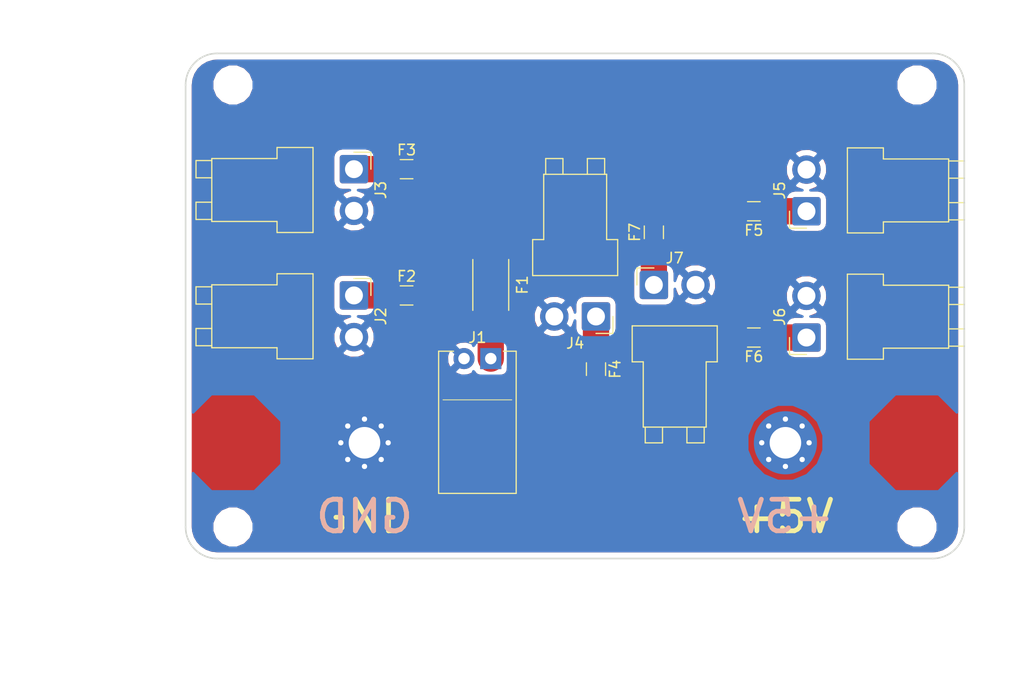
<source format=kicad_pcb>
(kicad_pcb (version 20171130) (host pcbnew "(5.0.1-3-g963ef8bb5)")

  (general
    (thickness 1.6)
    (drawings 15)
    (tracks 7)
    (zones 0)
    (modules 20)
    (nets 10)
  )

  (page A4)
  (layers
    (0 F.Cu signal)
    (31 B.Cu signal)
    (32 B.Adhes user)
    (33 F.Adhes user)
    (34 B.Paste user)
    (35 F.Paste user)
    (36 B.SilkS user)
    (37 F.SilkS user)
    (38 B.Mask user)
    (39 F.Mask user)
    (40 Dwgs.User user)
    (41 Cmts.User user)
    (42 Eco1.User user)
    (43 Eco2.User user)
    (44 Edge.Cuts user)
    (45 Margin user)
    (46 B.CrtYd user)
    (47 F.CrtYd user)
    (48 B.Fab user)
    (49 F.Fab user)
  )

  (setup
    (last_trace_width 2.5)
    (trace_clearance 0.2)
    (zone_clearance 0.508)
    (zone_45_only no)
    (trace_min 0.1524)
    (segment_width 0.2)
    (edge_width 0.15)
    (via_size 5)
    (via_drill 2)
    (via_min_size 0.508)
    (via_min_drill 0.254)
    (uvia_size 0.3)
    (uvia_drill 0.1)
    (uvias_allowed no)
    (uvia_min_size 0.2)
    (uvia_min_drill 0.1)
    (pcb_text_width 0.3)
    (pcb_text_size 1.5 1.5)
    (mod_edge_width 0.15)
    (mod_text_size 1 1)
    (mod_text_width 0.15)
    (pad_size 6 6)
    (pad_drill 3)
    (pad_to_mask_clearance 0.0508)
    (solder_mask_min_width 0.25)
    (aux_axis_origin 0 0)
    (visible_elements FFFFFF7F)
    (pcbplotparams
      (layerselection 0x010fc_ffffffff)
      (usegerberextensions false)
      (usegerberattributes false)
      (usegerberadvancedattributes false)
      (creategerberjobfile false)
      (excludeedgelayer true)
      (linewidth 0.100000)
      (plotframeref false)
      (viasonmask false)
      (mode 1)
      (useauxorigin false)
      (hpglpennumber 1)
      (hpglpenspeed 20)
      (hpglpendiameter 15.000000)
      (psnegative false)
      (psa4output false)
      (plotreference true)
      (plotvalue true)
      (plotinvisibletext false)
      (padsonsilk false)
      (subtractmaskfromsilk false)
      (outputformat 1)
      (mirror false)
      (drillshape 1)
      (scaleselection 1)
      (outputdirectory ""))
  )

  (net 0 "")
  (net 1 "Net-(F1-Pad1)")
  (net 2 +5V)
  (net 3 "Net-(F2-Pad1)")
  (net 4 "Net-(F3-Pad1)")
  (net 5 "Net-(F4-Pad1)")
  (net 6 "Net-(F5-Pad1)")
  (net 7 "Net-(F6-Pad1)")
  (net 8 "Net-(F7-Pad1)")
  (net 9 GND)

  (net_class Default "This is the default net class."
    (clearance 0.2)
    (trace_width 2.5)
    (via_dia 5)
    (via_drill 2)
    (uvia_dia 0.3)
    (uvia_drill 0.1)
    (diff_pair_gap 0.25)
    (diff_pair_width 5)
    (add_net +5V)
    (add_net GND)
    (add_net "Net-(F1-Pad1)")
    (add_net "Net-(F2-Pad1)")
    (add_net "Net-(F3-Pad1)")
    (add_net "Net-(F4-Pad1)")
    (add_net "Net-(F5-Pad1)")
    (add_net "Net-(F6-Pad1)")
    (add_net "Net-(F7-Pad1)")
  )

  (module "Power Board:Bourns MF-MSMF Style 2" (layer F.Cu) (tedit 5C69A6AB) (tstamp 5C673527)
    (at 139 97 90)
    (path /5C5F8BF6)
    (fp_text reference F1 (at 0 3 90) (layer F.SilkS)
      (effects (font (size 1 1) (thickness 0.15)))
    )
    (fp_text value MF-MSMF250/16X-2 (at 0 -3 90) (layer F.Fab)
      (effects (font (size 1 1) (thickness 0.15)))
    )
    (fp_line (start -3.5 1.9) (end -3.5 -1.9) (layer F.CrtYd) (width 0.1))
    (fp_line (start 3.5 1.9) (end -3.5 1.9) (layer F.CrtYd) (width 0.1))
    (fp_line (start 3.5 -1.9) (end 3.5 1.9) (layer F.CrtYd) (width 0.1))
    (fp_line (start -3.5 -1.9) (end 3.5 -1.9) (layer F.CrtYd) (width 0.1))
    (fp_line (start -2.415 1.705) (end 2.415 1.705) (layer F.SilkS) (width 0.12))
    (fp_line (start -2.415 -1.705) (end 2.415 -1.705) (layer F.SilkS) (width 0.12))
    (pad 2 smd rect (at 2.39 0 90) (size 1.68 2.95) (layers F.Cu F.Paste F.Mask)
      (net 2 +5V))
    (pad 1 smd rect (at -2.39 0 90) (size 1.68 2.95) (layers F.Cu F.Paste F.Mask)
      (net 1 "Net-(F1-Pad1)"))
  )

  (module "Power Board:Molex SL 070553" (layer F.Cu) (tedit 5C69A619) (tstamp 5C673572)
    (at 139 104 180)
    (path /5C5F6737)
    (fp_text reference J1 (at 1.27 2 180) (layer F.SilkS)
      (effects (font (size 1 1) (thickness 0.15)))
    )
    (fp_text value Conn_01x02 (at 1.27 -2 180) (layer F.Fab)
      (effects (font (size 1 1) (thickness 0.15)))
    )
    (fp_line (start 4.54 -3.92) (end -2 -3.92) (layer F.SilkS) (width 0.08))
    (fp_line (start 5 0.7) (end 5 -12.8) (layer F.CrtYd) (width 0.1))
    (fp_line (start -2.4 0.7) (end 5 0.7) (layer F.CrtYd) (width 0.1))
    (fp_line (start -2.4 -12.8) (end -2.4 0.7) (layer F.CrtYd) (width 0.1))
    (fp_line (start 5 -12.8) (end -2.4 -12.8) (layer F.CrtYd) (width 0.1))
    (fp_line (start 3.54 0.7) (end 4.955 0.7) (layer F.SilkS) (width 0.12))
    (fp_line (start -2.415 -12.81) (end 4.955 -12.81) (layer F.SilkS) (width 0.12))
    (fp_line (start 4.955 0.7) (end 4.955 -12.8) (layer F.SilkS) (width 0.12))
    (fp_line (start -2.415 0.7) (end -2.415 -12.81) (layer F.SilkS) (width 0.12))
    (fp_line (start -1.2 0.7) (end -2.415 0.7) (layer F.SilkS) (width 0.12))
    (pad 2 thru_hole circle (at 2.54 0 180) (size 2 2) (drill 1.09) (layers *.Cu *.Mask)
      (net 9 GND))
    (pad 1 thru_hole rect (at 0 0 180) (size 2 2) (drill 1.09) (layers *.Cu *.Mask)
      (net 1 "Net-(F1-Pad1)"))
  )

  (module "Power Board:MountingHole_3mm_Pad_Via" (layer F.Cu) (tedit 5C69A7BF) (tstamp 5C68E525)
    (at 167 112)
    (descr "Mounting Hole 3mm")
    (tags "mounting hole 3mm")
    (path /5C67E873)
    (zone_connect 2)
    (attr virtual)
    (fp_text reference H1 (at 0 -4) (layer F.SilkS) hide
      (effects (font (size 1 1) (thickness 0.15)))
    )
    (fp_text value +5V (at 0 7) (layer F.SilkS)
      (effects (font (size 3 3) (thickness 0.45)))
    )
    (fp_text user +5V (at 0 7) (layer B.SilkS)
      (effects (font (size 3 3) (thickness 0.45)) (justify mirror))
    )
    (fp_circle (center 0 0) (end 3.25 0) (layer F.CrtYd) (width 0.05))
    (fp_circle (center 0 0) (end 3 0) (layer Cmts.User) (width 0.15))
    (fp_text user %R (at 0.3 0) (layer F.Fab)
      (effects (font (size 1 1) (thickness 0.15)))
    )
    (pad 1 thru_hole circle (at 1.59099 -1.59099) (size 0.8 0.8) (drill 0.5) (layers *.Cu *.Mask)
      (net 2 +5V) (zone_connect 2))
    (pad 1 thru_hole circle (at 0 -2.25) (size 0.8 0.8) (drill 0.5) (layers *.Cu *.Mask)
      (net 2 +5V) (zone_connect 2))
    (pad 1 thru_hole circle (at -1.59099 -1.59099) (size 0.8 0.8) (drill 0.5) (layers *.Cu *.Mask)
      (net 2 +5V) (zone_connect 2))
    (pad 1 thru_hole circle (at -2.25 0) (size 0.8 0.8) (drill 0.5) (layers *.Cu *.Mask)
      (net 2 +5V) (zone_connect 2))
    (pad 1 thru_hole circle (at -1.59099 1.59099) (size 0.8 0.8) (drill 0.5) (layers *.Cu *.Mask)
      (net 2 +5V) (zone_connect 2))
    (pad 1 thru_hole circle (at 0 2.25) (size 0.8 0.8) (drill 0.5) (layers *.Cu *.Mask)
      (net 2 +5V) (zone_connect 2))
    (pad 1 thru_hole circle (at 1.59099 1.59099) (size 0.8 0.8) (drill 0.5) (layers *.Cu *.Mask)
      (net 2 +5V) (zone_connect 2))
    (pad 1 thru_hole circle (at 2.25 0) (size 0.8 0.8) (drill 0.5) (layers *.Cu *.Mask)
      (net 2 +5V) (zone_connect 2))
    (pad 1 thru_hole circle (at 0 0) (size 6 6) (drill 3) (layers *.Cu *.Mask)
      (net 2 +5V) (zone_connect 2))
  )

  (module "Power Board:MountingHole_3mm_Pad_Via" (layer F.Cu) (tedit 5C69AA2B) (tstamp 5C6A67DA)
    (at 127 112)
    (descr "Mounting Hole 3mm")
    (tags "mounting hole 3mm")
    (path /5C67E935)
    (zone_connect 2)
    (attr virtual)
    (fp_text reference H2 (at 0 -4) (layer F.SilkS) hide
      (effects (font (size 1 1) (thickness 0.15)))
    )
    (fp_text value GND (at 0 7) (layer F.SilkS)
      (effects (font (size 3 3) (thickness 0.45)))
    )
    (fp_text user %R (at 0.3 0) (layer F.Fab)
      (effects (font (size 1 1) (thickness 0.15)))
    )
    (fp_circle (center 0 0) (end 3 0) (layer Cmts.User) (width 0.15))
    (fp_circle (center 0 0) (end 3.25 0) (layer F.CrtYd) (width 0.05))
    (fp_text user GND (at 0 7) (layer B.SilkS)
      (effects (font (size 3 3) (thickness 0.45)) (justify mirror))
    )
    (pad 1 thru_hole circle (at 0 0) (size 6 6) (drill 3) (layers *.Cu *.Mask)
      (net 9 GND) (zone_connect 2) (thermal_width 2))
    (pad 1 thru_hole circle (at 2.25 0) (size 0.8 0.8) (drill 0.5) (layers *.Cu *.Mask)
      (net 9 GND) (zone_connect 2))
    (pad 1 thru_hole circle (at 1.59099 1.59099) (size 0.8 0.8) (drill 0.5) (layers *.Cu *.Mask)
      (net 9 GND) (zone_connect 2))
    (pad 1 thru_hole circle (at 0 2.25) (size 0.8 0.8) (drill 0.5) (layers *.Cu *.Mask)
      (net 9 GND) (zone_connect 2))
    (pad 1 thru_hole circle (at -1.59099 1.59099) (size 0.8 0.8) (drill 0.5) (layers *.Cu *.Mask)
      (net 9 GND) (zone_connect 2))
    (pad 1 thru_hole circle (at -2.25 0) (size 0.8 0.8) (drill 0.5) (layers *.Cu *.Mask)
      (net 9 GND) (zone_connect 2))
    (pad 1 thru_hole circle (at -1.59099 -1.59099) (size 0.8 0.8) (drill 0.5) (layers *.Cu *.Mask)
      (net 9 GND) (zone_connect 2))
    (pad 1 thru_hole circle (at 0 -2.25) (size 0.8 0.8) (drill 0.5) (layers *.Cu *.Mask)
      (net 9 GND) (zone_connect 2))
    (pad 1 thru_hole circle (at 1.59099 -1.59099) (size 0.8 0.8) (drill 0.5) (layers *.Cu *.Mask)
      (net 9 GND) (zone_connect 2))
  )

  (module Fuse:Fuse_1206_3216Metric (layer F.Cu) (tedit 5B301BBE) (tstamp 5C68E1FD)
    (at 154.5 92 90)
    (descr "Fuse SMD 1206 (3216 Metric), square (rectangular) end terminal, IPC_7351 nominal, (Body size source: http://www.tortai-tech.com/upload/download/2011102023233369053.pdf), generated with kicad-footprint-generator")
    (tags resistor)
    (path /5C5F8AE0)
    (attr smd)
    (fp_text reference F7 (at 0 -1.82 90) (layer F.SilkS)
      (effects (font (size 1 1) (thickness 0.15)))
    )
    (fp_text value NANOSMD400LR-C-2 (at 0 1.82 90) (layer F.Fab)
      (effects (font (size 1 1) (thickness 0.15)))
    )
    (fp_text user %R (at 0 0 90) (layer F.Fab)
      (effects (font (size 0.8 0.8) (thickness 0.12)))
    )
    (fp_line (start 2.28 1.12) (end -2.28 1.12) (layer F.CrtYd) (width 0.05))
    (fp_line (start 2.28 -1.12) (end 2.28 1.12) (layer F.CrtYd) (width 0.05))
    (fp_line (start -2.28 -1.12) (end 2.28 -1.12) (layer F.CrtYd) (width 0.05))
    (fp_line (start -2.28 1.12) (end -2.28 -1.12) (layer F.CrtYd) (width 0.05))
    (fp_line (start -0.602064 0.91) (end 0.602064 0.91) (layer F.SilkS) (width 0.12))
    (fp_line (start -0.602064 -0.91) (end 0.602064 -0.91) (layer F.SilkS) (width 0.12))
    (fp_line (start 1.6 0.8) (end -1.6 0.8) (layer F.Fab) (width 0.1))
    (fp_line (start 1.6 -0.8) (end 1.6 0.8) (layer F.Fab) (width 0.1))
    (fp_line (start -1.6 -0.8) (end 1.6 -0.8) (layer F.Fab) (width 0.1))
    (fp_line (start -1.6 0.8) (end -1.6 -0.8) (layer F.Fab) (width 0.1))
    (pad 2 smd roundrect (at 1.4 0 90) (size 1.25 1.75) (layers F.Cu F.Paste F.Mask) (roundrect_rratio 0.2)
      (net 2 +5V))
    (pad 1 smd roundrect (at -1.4 0 90) (size 1.25 1.75) (layers F.Cu F.Paste F.Mask) (roundrect_rratio 0.2)
      (net 8 "Net-(F7-Pad1)"))
    (model ${KISYS3DMOD}/Fuse.3dshapes/Fuse_1206_3216Metric.wrl
      (at (xyz 0 0 0))
      (scale (xyz 1 1 1))
      (rotate (xyz 0 0 0))
    )
  )

  (module Fuse:Fuse_1206_3216Metric (layer F.Cu) (tedit 5B301BBE) (tstamp 5C68D2B6)
    (at 164 102 180)
    (descr "Fuse SMD 1206 (3216 Metric), square (rectangular) end terminal, IPC_7351 nominal, (Body size source: http://www.tortai-tech.com/upload/download/2011102023233369053.pdf), generated with kicad-footprint-generator")
    (tags resistor)
    (path /5C5F8982)
    (attr smd)
    (fp_text reference F6 (at 0 -1.82 180) (layer F.SilkS)
      (effects (font (size 1 1) (thickness 0.15)))
    )
    (fp_text value NANOSMD400LR-C-2 (at 0 1.82 180) (layer F.Fab)
      (effects (font (size 1 1) (thickness 0.15)))
    )
    (fp_line (start -1.6 0.8) (end -1.6 -0.8) (layer F.Fab) (width 0.1))
    (fp_line (start -1.6 -0.8) (end 1.6 -0.8) (layer F.Fab) (width 0.1))
    (fp_line (start 1.6 -0.8) (end 1.6 0.8) (layer F.Fab) (width 0.1))
    (fp_line (start 1.6 0.8) (end -1.6 0.8) (layer F.Fab) (width 0.1))
    (fp_line (start -0.602064 -0.91) (end 0.602064 -0.91) (layer F.SilkS) (width 0.12))
    (fp_line (start -0.602064 0.91) (end 0.602064 0.91) (layer F.SilkS) (width 0.12))
    (fp_line (start -2.28 1.12) (end -2.28 -1.12) (layer F.CrtYd) (width 0.05))
    (fp_line (start -2.28 -1.12) (end 2.28 -1.12) (layer F.CrtYd) (width 0.05))
    (fp_line (start 2.28 -1.12) (end 2.28 1.12) (layer F.CrtYd) (width 0.05))
    (fp_line (start 2.28 1.12) (end -2.28 1.12) (layer F.CrtYd) (width 0.05))
    (fp_text user %R (at 0 0 180) (layer F.Fab)
      (effects (font (size 0.8 0.8) (thickness 0.12)))
    )
    (pad 1 smd roundrect (at -1.4 0 180) (size 1.25 1.75) (layers F.Cu F.Paste F.Mask) (roundrect_rratio 0.2)
      (net 7 "Net-(F6-Pad1)"))
    (pad 2 smd roundrect (at 1.4 0 180) (size 1.25 1.75) (layers F.Cu F.Paste F.Mask) (roundrect_rratio 0.2)
      (net 2 +5V))
    (model ${KISYS3DMOD}/Fuse.3dshapes/Fuse_1206_3216Metric.wrl
      (at (xyz 0 0 0))
      (scale (xyz 1 1 1))
      (rotate (xyz 0 0 0))
    )
  )

  (module Fuse:Fuse_1206_3216Metric (layer F.Cu) (tedit 5B301BBE) (tstamp 5C68E105)
    (at 164 90 180)
    (descr "Fuse SMD 1206 (3216 Metric), square (rectangular) end terminal, IPC_7351 nominal, (Body size source: http://www.tortai-tech.com/upload/download/2011102023233369053.pdf), generated with kicad-footprint-generator")
    (tags resistor)
    (path /5C5F8B42)
    (attr smd)
    (fp_text reference F5 (at 0 -1.82 180) (layer F.SilkS)
      (effects (font (size 1 1) (thickness 0.15)))
    )
    (fp_text value NANOSMD400LR-C-2 (at 0 1.82 180) (layer F.Fab)
      (effects (font (size 1 1) (thickness 0.15)))
    )
    (fp_text user %R (at 0 0 180) (layer F.Fab)
      (effects (font (size 0.8 0.8) (thickness 0.12)))
    )
    (fp_line (start 2.28 1.12) (end -2.28 1.12) (layer F.CrtYd) (width 0.05))
    (fp_line (start 2.28 -1.12) (end 2.28 1.12) (layer F.CrtYd) (width 0.05))
    (fp_line (start -2.28 -1.12) (end 2.28 -1.12) (layer F.CrtYd) (width 0.05))
    (fp_line (start -2.28 1.12) (end -2.28 -1.12) (layer F.CrtYd) (width 0.05))
    (fp_line (start -0.602064 0.91) (end 0.602064 0.91) (layer F.SilkS) (width 0.12))
    (fp_line (start -0.602064 -0.91) (end 0.602064 -0.91) (layer F.SilkS) (width 0.12))
    (fp_line (start 1.6 0.8) (end -1.6 0.8) (layer F.Fab) (width 0.1))
    (fp_line (start 1.6 -0.8) (end 1.6 0.8) (layer F.Fab) (width 0.1))
    (fp_line (start -1.6 -0.8) (end 1.6 -0.8) (layer F.Fab) (width 0.1))
    (fp_line (start -1.6 0.8) (end -1.6 -0.8) (layer F.Fab) (width 0.1))
    (pad 2 smd roundrect (at 1.4 0 180) (size 1.25 1.75) (layers F.Cu F.Paste F.Mask) (roundrect_rratio 0.2)
      (net 2 +5V))
    (pad 1 smd roundrect (at -1.4 0 180) (size 1.25 1.75) (layers F.Cu F.Paste F.Mask) (roundrect_rratio 0.2)
      (net 6 "Net-(F5-Pad1)"))
    (model ${KISYS3DMOD}/Fuse.3dshapes/Fuse_1206_3216Metric.wrl
      (at (xyz 0 0 0))
      (scale (xyz 1 1 1))
      (rotate (xyz 0 0 0))
    )
  )

  (module Fuse:Fuse_1206_3216Metric (layer F.Cu) (tedit 5B301BBE) (tstamp 5C68D296)
    (at 149 105 270)
    (descr "Fuse SMD 1206 (3216 Metric), square (rectangular) end terminal, IPC_7351 nominal, (Body size source: http://www.tortai-tech.com/upload/download/2011102023233369053.pdf), generated with kicad-footprint-generator")
    (tags resistor)
    (path /5C5F8A8D)
    (attr smd)
    (fp_text reference F4 (at 0 -1.82 270) (layer F.SilkS)
      (effects (font (size 1 1) (thickness 0.15)))
    )
    (fp_text value NANOSMD400LR-C-2 (at 0 1.82 270) (layer F.Fab)
      (effects (font (size 1 1) (thickness 0.15)))
    )
    (fp_line (start -1.6 0.8) (end -1.6 -0.8) (layer F.Fab) (width 0.1))
    (fp_line (start -1.6 -0.8) (end 1.6 -0.8) (layer F.Fab) (width 0.1))
    (fp_line (start 1.6 -0.8) (end 1.6 0.8) (layer F.Fab) (width 0.1))
    (fp_line (start 1.6 0.8) (end -1.6 0.8) (layer F.Fab) (width 0.1))
    (fp_line (start -0.602064 -0.91) (end 0.602064 -0.91) (layer F.SilkS) (width 0.12))
    (fp_line (start -0.602064 0.91) (end 0.602064 0.91) (layer F.SilkS) (width 0.12))
    (fp_line (start -2.28 1.12) (end -2.28 -1.12) (layer F.CrtYd) (width 0.05))
    (fp_line (start -2.28 -1.12) (end 2.28 -1.12) (layer F.CrtYd) (width 0.05))
    (fp_line (start 2.28 -1.12) (end 2.28 1.12) (layer F.CrtYd) (width 0.05))
    (fp_line (start 2.28 1.12) (end -2.28 1.12) (layer F.CrtYd) (width 0.05))
    (fp_text user %R (at 0 0 270) (layer F.Fab)
      (effects (font (size 0.8 0.8) (thickness 0.12)))
    )
    (pad 1 smd roundrect (at -1.4 0 270) (size 1.25 1.75) (layers F.Cu F.Paste F.Mask) (roundrect_rratio 0.2)
      (net 5 "Net-(F4-Pad1)"))
    (pad 2 smd roundrect (at 1.4 0 270) (size 1.25 1.75) (layers F.Cu F.Paste F.Mask) (roundrect_rratio 0.2)
      (net 2 +5V))
    (model ${KISYS3DMOD}/Fuse.3dshapes/Fuse_1206_3216Metric.wrl
      (at (xyz 0 0 0))
      (scale (xyz 1 1 1))
      (rotate (xyz 0 0 0))
    )
  )

  (module Fuse:Fuse_1206_3216Metric (layer F.Cu) (tedit 5B301BBE) (tstamp 5C68D286)
    (at 131 86)
    (descr "Fuse SMD 1206 (3216 Metric), square (rectangular) end terminal, IPC_7351 nominal, (Body size source: http://www.tortai-tech.com/upload/download/2011102023233369053.pdf), generated with kicad-footprint-generator")
    (tags resistor)
    (path /5C5F89D4)
    (attr smd)
    (fp_text reference F3 (at 0 -1.82) (layer F.SilkS)
      (effects (font (size 1 1) (thickness 0.15)))
    )
    (fp_text value NANOSMD400LR-C-2 (at 0 1.82) (layer F.Fab)
      (effects (font (size 1 1) (thickness 0.15)))
    )
    (fp_text user %R (at 0 0) (layer F.Fab)
      (effects (font (size 0.8 0.8) (thickness 0.12)))
    )
    (fp_line (start 2.28 1.12) (end -2.28 1.12) (layer F.CrtYd) (width 0.05))
    (fp_line (start 2.28 -1.12) (end 2.28 1.12) (layer F.CrtYd) (width 0.05))
    (fp_line (start -2.28 -1.12) (end 2.28 -1.12) (layer F.CrtYd) (width 0.05))
    (fp_line (start -2.28 1.12) (end -2.28 -1.12) (layer F.CrtYd) (width 0.05))
    (fp_line (start -0.602064 0.91) (end 0.602064 0.91) (layer F.SilkS) (width 0.12))
    (fp_line (start -0.602064 -0.91) (end 0.602064 -0.91) (layer F.SilkS) (width 0.12))
    (fp_line (start 1.6 0.8) (end -1.6 0.8) (layer F.Fab) (width 0.1))
    (fp_line (start 1.6 -0.8) (end 1.6 0.8) (layer F.Fab) (width 0.1))
    (fp_line (start -1.6 -0.8) (end 1.6 -0.8) (layer F.Fab) (width 0.1))
    (fp_line (start -1.6 0.8) (end -1.6 -0.8) (layer F.Fab) (width 0.1))
    (pad 2 smd roundrect (at 1.4 0) (size 1.25 1.75) (layers F.Cu F.Paste F.Mask) (roundrect_rratio 0.2)
      (net 2 +5V))
    (pad 1 smd roundrect (at -1.4 0) (size 1.25 1.75) (layers F.Cu F.Paste F.Mask) (roundrect_rratio 0.2)
      (net 4 "Net-(F3-Pad1)"))
    (model ${KISYS3DMOD}/Fuse.3dshapes/Fuse_1206_3216Metric.wrl
      (at (xyz 0 0 0))
      (scale (xyz 1 1 1))
      (rotate (xyz 0 0 0))
    )
  )

  (module Fuse:Fuse_1206_3216Metric (layer F.Cu) (tedit 5B301BBE) (tstamp 5C68D276)
    (at 131 98)
    (descr "Fuse SMD 1206 (3216 Metric), square (rectangular) end terminal, IPC_7351 nominal, (Body size source: http://www.tortai-tech.com/upload/download/2011102023233369053.pdf), generated with kicad-footprint-generator")
    (tags resistor)
    (path /5C5F8A27)
    (attr smd)
    (fp_text reference F2 (at 0 -1.82) (layer F.SilkS)
      (effects (font (size 1 1) (thickness 0.15)))
    )
    (fp_text value NANOSMD400LR-C-2 (at 0 1.82) (layer F.Fab)
      (effects (font (size 1 1) (thickness 0.15)))
    )
    (fp_line (start -1.6 0.8) (end -1.6 -0.8) (layer F.Fab) (width 0.1))
    (fp_line (start -1.6 -0.8) (end 1.6 -0.8) (layer F.Fab) (width 0.1))
    (fp_line (start 1.6 -0.8) (end 1.6 0.8) (layer F.Fab) (width 0.1))
    (fp_line (start 1.6 0.8) (end -1.6 0.8) (layer F.Fab) (width 0.1))
    (fp_line (start -0.602064 -0.91) (end 0.602064 -0.91) (layer F.SilkS) (width 0.12))
    (fp_line (start -0.602064 0.91) (end 0.602064 0.91) (layer F.SilkS) (width 0.12))
    (fp_line (start -2.28 1.12) (end -2.28 -1.12) (layer F.CrtYd) (width 0.05))
    (fp_line (start -2.28 -1.12) (end 2.28 -1.12) (layer F.CrtYd) (width 0.05))
    (fp_line (start 2.28 -1.12) (end 2.28 1.12) (layer F.CrtYd) (width 0.05))
    (fp_line (start 2.28 1.12) (end -2.28 1.12) (layer F.CrtYd) (width 0.05))
    (fp_text user %R (at 0 0) (layer F.Fab)
      (effects (font (size 0.8 0.8) (thickness 0.12)))
    )
    (pad 1 smd roundrect (at -1.4 0) (size 1.25 1.75) (layers F.Cu F.Paste F.Mask) (roundrect_rratio 0.2)
      (net 3 "Net-(F2-Pad1)"))
    (pad 2 smd roundrect (at 1.4 0) (size 1.25 1.75) (layers F.Cu F.Paste F.Mask) (roundrect_rratio 0.2)
      (net 2 +5V))
    (model ${KISYS3DMOD}/Fuse.3dshapes/Fuse_1206_3216Metric.wrl
      (at (xyz 0 0 0))
      (scale (xyz 1 1 1))
      (rotate (xyz 0 0 0))
    )
  )

  (module Connector_JST:JST_VH_B2PS-VH_1x02_P3.96mm_Horizontal (layer F.Cu) (tedit 5B774C02) (tstamp 5C6FF594)
    (at 126 98 270)
    (descr "JST VH series connector, B2PS-VH (http://www.jst-mfg.com/product/pdf/eng/eVH.pdf), generated with kicad-footprint-generator")
    (tags "connector JST VH top entry")
    (path /5C67227A)
    (fp_text reference J2 (at 1.98 -2.55 270) (layer F.SilkS)
      (effects (font (size 1 1) (thickness 0.15)))
    )
    (fp_text value "JST B2PS-VH" (at 1.98 16.1 270) (layer F.Fab)
      (effects (font (size 1 1) (thickness 0.15)))
    )
    (fp_text user %R (at 1.98 9.45 270) (layer F.Fab)
      (effects (font (size 1 1) (thickness 0.15)))
    )
    (fp_line (start -1.61 -1.61) (end -1.61 0) (layer F.SilkS) (width 0.12))
    (fp_line (start 0 -1.61) (end -1.61 -1.61) (layer F.SilkS) (width 0.12))
    (fp_line (start 4.78 15.01) (end 4.78 13.51) (layer F.SilkS) (width 0.12))
    (fp_line (start 3.14 15.01) (end 4.78 15.01) (layer F.SilkS) (width 0.12))
    (fp_line (start 3.14 13.51) (end 3.14 15.01) (layer F.SilkS) (width 0.12))
    (fp_line (start 0.82 15.01) (end 0.82 13.51) (layer F.SilkS) (width 0.12))
    (fp_line (start -0.82 15.01) (end 0.82 15.01) (layer F.SilkS) (width 0.12))
    (fp_line (start -0.82 13.51) (end -0.82 15.01) (layer F.SilkS) (width 0.12))
    (fp_line (start -2.06 7.31) (end -2.06 3.89) (layer F.SilkS) (width 0.12))
    (fp_line (start -1.01 7.31) (end -2.06 7.31) (layer F.SilkS) (width 0.12))
    (fp_line (start -1.01 13.51) (end -1.01 7.31) (layer F.SilkS) (width 0.12))
    (fp_line (start 4.97 13.51) (end -1.01 13.51) (layer F.SilkS) (width 0.12))
    (fp_line (start 4.97 7.31) (end 4.97 13.51) (layer F.SilkS) (width 0.12))
    (fp_line (start 6.02 7.31) (end 4.97 7.31) (layer F.SilkS) (width 0.12))
    (fp_line (start 6.02 3.89) (end 6.02 7.31) (layer F.SilkS) (width 0.12))
    (fp_line (start -2.06 3.89) (end 6.02 3.89) (layer F.SilkS) (width 0.12))
    (fp_line (start 6.41 -1.85) (end -2.45 -1.85) (layer F.CrtYd) (width 0.05))
    (fp_line (start 6.41 15.4) (end 6.41 -1.85) (layer F.CrtYd) (width 0.05))
    (fp_line (start -2.45 15.4) (end 6.41 15.4) (layer F.CrtYd) (width 0.05))
    (fp_line (start -2.45 -1.85) (end -2.45 15.4) (layer F.CrtYd) (width 0.05))
    (fp_line (start 4.66 14.9) (end 4.66 13.4) (layer F.Fab) (width 0.1))
    (fp_line (start 3.26 14.9) (end 4.66 14.9) (layer F.Fab) (width 0.1))
    (fp_line (start 3.26 13.4) (end 3.26 14.9) (layer F.Fab) (width 0.1))
    (fp_line (start 4.66 0) (end 4.66 4) (layer F.Fab) (width 0.1))
    (fp_line (start 3.26 0) (end 4.66 0) (layer F.Fab) (width 0.1))
    (fp_line (start 3.26 4) (end 3.26 0) (layer F.Fab) (width 0.1))
    (fp_line (start 0.7 14.9) (end 0.7 13.4) (layer F.Fab) (width 0.1))
    (fp_line (start -0.7 14.9) (end 0.7 14.9) (layer F.Fab) (width 0.1))
    (fp_line (start -0.7 13.4) (end -0.7 14.9) (layer F.Fab) (width 0.1))
    (fp_line (start 0.7 0) (end 0.7 4) (layer F.Fab) (width 0.1))
    (fp_line (start -0.7 0) (end 0.7 0) (layer F.Fab) (width 0.1))
    (fp_line (start -0.7 4) (end -0.7 0) (layer F.Fab) (width 0.1))
    (fp_line (start 0 4.8) (end 0.8 4) (layer F.Fab) (width 0.1))
    (fp_line (start -0.8 4) (end 0 4.8) (layer F.Fab) (width 0.1))
    (fp_line (start -1.95 4) (end -0.9 4) (layer F.Fab) (width 0.1))
    (fp_line (start -1.95 7.2) (end -1.95 4) (layer F.Fab) (width 0.1))
    (fp_line (start -0.9 7.2) (end -1.95 7.2) (layer F.Fab) (width 0.1))
    (fp_line (start 5.91 7.2) (end 4.86 7.2) (layer F.Fab) (width 0.1))
    (fp_line (start 5.91 4) (end 5.91 7.2) (layer F.Fab) (width 0.1))
    (fp_line (start 4.86 4) (end 5.91 4) (layer F.Fab) (width 0.1))
    (fp_line (start 4.86 4) (end -0.9 4) (layer F.Fab) (width 0.1))
    (fp_line (start 4.86 13.4) (end 4.86 4) (layer F.Fab) (width 0.1))
    (fp_line (start -0.9 13.4) (end 4.86 13.4) (layer F.Fab) (width 0.1))
    (fp_line (start -0.9 4) (end -0.9 13.4) (layer F.Fab) (width 0.1))
    (pad 2 thru_hole circle (at 3.96 0 270) (size 2.7 2.7) (drill 1.7) (layers *.Cu *.Mask)
      (net 9 GND))
    (pad 1 thru_hole roundrect (at 0 0 270) (size 2.7 2.7) (drill 1.7) (layers *.Cu *.Mask) (roundrect_rratio 0.09259299999999999)
      (net 3 "Net-(F2-Pad1)"))
    (model ${KISYS3DMOD}/Connector_JST.3dshapes/JST_VH_B2PS-VH_1x02_P3.96mm_Horizontal.wrl
      (at (xyz 0 0 0))
      (scale (xyz 1 1 1))
      (rotate (xyz 0 0 0))
    )
  )

  (module Connector_JST:JST_VH_B2PS-VH_1x02_P3.96mm_Horizontal (layer F.Cu) (tedit 5B774C02) (tstamp 5C6FF4FE)
    (at 126 86 270)
    (descr "JST VH series connector, B2PS-VH (http://www.jst-mfg.com/product/pdf/eng/eVH.pdf), generated with kicad-footprint-generator")
    (tags "connector JST VH top entry")
    (path /5C5F6583)
    (fp_text reference J3 (at 1.98 -2.55 270) (layer F.SilkS)
      (effects (font (size 1 1) (thickness 0.15)))
    )
    (fp_text value "JST B2PS-VH" (at 1.98 16.1 270) (layer F.Fab)
      (effects (font (size 1 1) (thickness 0.15)))
    )
    (fp_text user %R (at 1.98 9.45 270) (layer F.Fab)
      (effects (font (size 1 1) (thickness 0.15)))
    )
    (fp_line (start -1.61 -1.61) (end -1.61 0) (layer F.SilkS) (width 0.12))
    (fp_line (start 0 -1.61) (end -1.61 -1.61) (layer F.SilkS) (width 0.12))
    (fp_line (start 4.78 15.01) (end 4.78 13.51) (layer F.SilkS) (width 0.12))
    (fp_line (start 3.14 15.01) (end 4.78 15.01) (layer F.SilkS) (width 0.12))
    (fp_line (start 3.14 13.51) (end 3.14 15.01) (layer F.SilkS) (width 0.12))
    (fp_line (start 0.82 15.01) (end 0.82 13.51) (layer F.SilkS) (width 0.12))
    (fp_line (start -0.82 15.01) (end 0.82 15.01) (layer F.SilkS) (width 0.12))
    (fp_line (start -0.82 13.51) (end -0.82 15.01) (layer F.SilkS) (width 0.12))
    (fp_line (start -2.06 7.31) (end -2.06 3.89) (layer F.SilkS) (width 0.12))
    (fp_line (start -1.01 7.31) (end -2.06 7.31) (layer F.SilkS) (width 0.12))
    (fp_line (start -1.01 13.51) (end -1.01 7.31) (layer F.SilkS) (width 0.12))
    (fp_line (start 4.97 13.51) (end -1.01 13.51) (layer F.SilkS) (width 0.12))
    (fp_line (start 4.97 7.31) (end 4.97 13.51) (layer F.SilkS) (width 0.12))
    (fp_line (start 6.02 7.31) (end 4.97 7.31) (layer F.SilkS) (width 0.12))
    (fp_line (start 6.02 3.89) (end 6.02 7.31) (layer F.SilkS) (width 0.12))
    (fp_line (start -2.06 3.89) (end 6.02 3.89) (layer F.SilkS) (width 0.12))
    (fp_line (start 6.41 -1.85) (end -2.45 -1.85) (layer F.CrtYd) (width 0.05))
    (fp_line (start 6.41 15.4) (end 6.41 -1.85) (layer F.CrtYd) (width 0.05))
    (fp_line (start -2.45 15.4) (end 6.41 15.4) (layer F.CrtYd) (width 0.05))
    (fp_line (start -2.45 -1.85) (end -2.45 15.4) (layer F.CrtYd) (width 0.05))
    (fp_line (start 4.66 14.9) (end 4.66 13.4) (layer F.Fab) (width 0.1))
    (fp_line (start 3.26 14.9) (end 4.66 14.9) (layer F.Fab) (width 0.1))
    (fp_line (start 3.26 13.4) (end 3.26 14.9) (layer F.Fab) (width 0.1))
    (fp_line (start 4.66 0) (end 4.66 4) (layer F.Fab) (width 0.1))
    (fp_line (start 3.26 0) (end 4.66 0) (layer F.Fab) (width 0.1))
    (fp_line (start 3.26 4) (end 3.26 0) (layer F.Fab) (width 0.1))
    (fp_line (start 0.7 14.9) (end 0.7 13.4) (layer F.Fab) (width 0.1))
    (fp_line (start -0.7 14.9) (end 0.7 14.9) (layer F.Fab) (width 0.1))
    (fp_line (start -0.7 13.4) (end -0.7 14.9) (layer F.Fab) (width 0.1))
    (fp_line (start 0.7 0) (end 0.7 4) (layer F.Fab) (width 0.1))
    (fp_line (start -0.7 0) (end 0.7 0) (layer F.Fab) (width 0.1))
    (fp_line (start -0.7 4) (end -0.7 0) (layer F.Fab) (width 0.1))
    (fp_line (start 0 4.8) (end 0.8 4) (layer F.Fab) (width 0.1))
    (fp_line (start -0.8 4) (end 0 4.8) (layer F.Fab) (width 0.1))
    (fp_line (start -1.95 4) (end -0.9 4) (layer F.Fab) (width 0.1))
    (fp_line (start -1.95 7.2) (end -1.95 4) (layer F.Fab) (width 0.1))
    (fp_line (start -0.9 7.2) (end -1.95 7.2) (layer F.Fab) (width 0.1))
    (fp_line (start 5.91 7.2) (end 4.86 7.2) (layer F.Fab) (width 0.1))
    (fp_line (start 5.91 4) (end 5.91 7.2) (layer F.Fab) (width 0.1))
    (fp_line (start 4.86 4) (end 5.91 4) (layer F.Fab) (width 0.1))
    (fp_line (start 4.86 4) (end -0.9 4) (layer F.Fab) (width 0.1))
    (fp_line (start 4.86 13.4) (end 4.86 4) (layer F.Fab) (width 0.1))
    (fp_line (start -0.9 13.4) (end 4.86 13.4) (layer F.Fab) (width 0.1))
    (fp_line (start -0.9 4) (end -0.9 13.4) (layer F.Fab) (width 0.1))
    (pad 2 thru_hole circle (at 3.96 0 270) (size 2.7 2.7) (drill 1.7) (layers *.Cu *.Mask)
      (net 9 GND))
    (pad 1 thru_hole roundrect (at 0 0 270) (size 2.7 2.7) (drill 1.7) (layers *.Cu *.Mask) (roundrect_rratio 0.09259299999999999)
      (net 4 "Net-(F3-Pad1)"))
    (model ${KISYS3DMOD}/Connector_JST.3dshapes/JST_VH_B2PS-VH_1x02_P3.96mm_Horizontal.wrl
      (at (xyz 0 0 0))
      (scale (xyz 1 1 1))
      (rotate (xyz 0 0 0))
    )
  )

  (module Connector_JST:JST_VH_B2PS-VH_1x02_P3.96mm_Horizontal (layer F.Cu) (tedit 5B774C02) (tstamp 5C68DE43)
    (at 149 100 180)
    (descr "JST VH series connector, B2PS-VH (http://www.jst-mfg.com/product/pdf/eng/eVH.pdf), generated with kicad-footprint-generator")
    (tags "connector JST VH top entry")
    (path /5C5F65B8)
    (fp_text reference J4 (at 1.98 -2.55 180) (layer F.SilkS)
      (effects (font (size 1 1) (thickness 0.15)))
    )
    (fp_text value "JST B2PS-VH" (at 1.98 16.1 180) (layer F.Fab)
      (effects (font (size 1 1) (thickness 0.15)))
    )
    (fp_text user %R (at 1.98 9.45 180) (layer F.Fab)
      (effects (font (size 1 1) (thickness 0.15)))
    )
    (fp_line (start -1.61 -1.61) (end -1.61 0) (layer F.SilkS) (width 0.12))
    (fp_line (start 0 -1.61) (end -1.61 -1.61) (layer F.SilkS) (width 0.12))
    (fp_line (start 4.78 15.01) (end 4.78 13.51) (layer F.SilkS) (width 0.12))
    (fp_line (start 3.14 15.01) (end 4.78 15.01) (layer F.SilkS) (width 0.12))
    (fp_line (start 3.14 13.51) (end 3.14 15.01) (layer F.SilkS) (width 0.12))
    (fp_line (start 0.82 15.01) (end 0.82 13.51) (layer F.SilkS) (width 0.12))
    (fp_line (start -0.82 15.01) (end 0.82 15.01) (layer F.SilkS) (width 0.12))
    (fp_line (start -0.82 13.51) (end -0.82 15.01) (layer F.SilkS) (width 0.12))
    (fp_line (start -2.06 7.31) (end -2.06 3.89) (layer F.SilkS) (width 0.12))
    (fp_line (start -1.01 7.31) (end -2.06 7.31) (layer F.SilkS) (width 0.12))
    (fp_line (start -1.01 13.51) (end -1.01 7.31) (layer F.SilkS) (width 0.12))
    (fp_line (start 4.97 13.51) (end -1.01 13.51) (layer F.SilkS) (width 0.12))
    (fp_line (start 4.97 7.31) (end 4.97 13.51) (layer F.SilkS) (width 0.12))
    (fp_line (start 6.02 7.31) (end 4.97 7.31) (layer F.SilkS) (width 0.12))
    (fp_line (start 6.02 3.89) (end 6.02 7.31) (layer F.SilkS) (width 0.12))
    (fp_line (start -2.06 3.89) (end 6.02 3.89) (layer F.SilkS) (width 0.12))
    (fp_line (start 6.41 -1.85) (end -2.45 -1.85) (layer F.CrtYd) (width 0.05))
    (fp_line (start 6.41 15.4) (end 6.41 -1.85) (layer F.CrtYd) (width 0.05))
    (fp_line (start -2.45 15.4) (end 6.41 15.4) (layer F.CrtYd) (width 0.05))
    (fp_line (start -2.45 -1.85) (end -2.45 15.4) (layer F.CrtYd) (width 0.05))
    (fp_line (start 4.66 14.9) (end 4.66 13.4) (layer F.Fab) (width 0.1))
    (fp_line (start 3.26 14.9) (end 4.66 14.9) (layer F.Fab) (width 0.1))
    (fp_line (start 3.26 13.4) (end 3.26 14.9) (layer F.Fab) (width 0.1))
    (fp_line (start 4.66 0) (end 4.66 4) (layer F.Fab) (width 0.1))
    (fp_line (start 3.26 0) (end 4.66 0) (layer F.Fab) (width 0.1))
    (fp_line (start 3.26 4) (end 3.26 0) (layer F.Fab) (width 0.1))
    (fp_line (start 0.7 14.9) (end 0.7 13.4) (layer F.Fab) (width 0.1))
    (fp_line (start -0.7 14.9) (end 0.7 14.9) (layer F.Fab) (width 0.1))
    (fp_line (start -0.7 13.4) (end -0.7 14.9) (layer F.Fab) (width 0.1))
    (fp_line (start 0.7 0) (end 0.7 4) (layer F.Fab) (width 0.1))
    (fp_line (start -0.7 0) (end 0.7 0) (layer F.Fab) (width 0.1))
    (fp_line (start -0.7 4) (end -0.7 0) (layer F.Fab) (width 0.1))
    (fp_line (start 0 4.8) (end 0.8 4) (layer F.Fab) (width 0.1))
    (fp_line (start -0.8 4) (end 0 4.8) (layer F.Fab) (width 0.1))
    (fp_line (start -1.95 4) (end -0.9 4) (layer F.Fab) (width 0.1))
    (fp_line (start -1.95 7.2) (end -1.95 4) (layer F.Fab) (width 0.1))
    (fp_line (start -0.9 7.2) (end -1.95 7.2) (layer F.Fab) (width 0.1))
    (fp_line (start 5.91 7.2) (end 4.86 7.2) (layer F.Fab) (width 0.1))
    (fp_line (start 5.91 4) (end 5.91 7.2) (layer F.Fab) (width 0.1))
    (fp_line (start 4.86 4) (end 5.91 4) (layer F.Fab) (width 0.1))
    (fp_line (start 4.86 4) (end -0.9 4) (layer F.Fab) (width 0.1))
    (fp_line (start 4.86 13.4) (end 4.86 4) (layer F.Fab) (width 0.1))
    (fp_line (start -0.9 13.4) (end 4.86 13.4) (layer F.Fab) (width 0.1))
    (fp_line (start -0.9 4) (end -0.9 13.4) (layer F.Fab) (width 0.1))
    (pad 2 thru_hole circle (at 3.96 0 180) (size 2.7 2.7) (drill 1.7) (layers *.Cu *.Mask)
      (net 9 GND))
    (pad 1 thru_hole roundrect (at 0 0 180) (size 2.7 2.7) (drill 1.7) (layers *.Cu *.Mask) (roundrect_rratio 0.09259299999999999)
      (net 5 "Net-(F4-Pad1)"))
    (model ${KISYS3DMOD}/Connector_JST.3dshapes/JST_VH_B2PS-VH_1x02_P3.96mm_Horizontal.wrl
      (at (xyz 0 0 0))
      (scale (xyz 1 1 1))
      (rotate (xyz 0 0 0))
    )
  )

  (module Connector_JST:JST_VH_B2PS-VH_1x02_P3.96mm_Horizontal (layer F.Cu) (tedit 5B774C02) (tstamp 5C672F86)
    (at 169 90 90)
    (descr "JST VH series connector, B2PS-VH (http://www.jst-mfg.com/product/pdf/eng/eVH.pdf), generated with kicad-footprint-generator")
    (tags "connector JST VH top entry")
    (path /5C5F65F5)
    (fp_text reference J5 (at 1.98 -2.55 90) (layer F.SilkS)
      (effects (font (size 1 1) (thickness 0.15)))
    )
    (fp_text value "JST B2PS-VH" (at 1.98 16.1 90) (layer F.Fab)
      (effects (font (size 1 1) (thickness 0.15)))
    )
    (fp_text user %R (at 1.98 9.45 90) (layer F.Fab)
      (effects (font (size 1 1) (thickness 0.15)))
    )
    (fp_line (start -1.61 -1.61) (end -1.61 0) (layer F.SilkS) (width 0.12))
    (fp_line (start 0 -1.61) (end -1.61 -1.61) (layer F.SilkS) (width 0.12))
    (fp_line (start 4.78 15.01) (end 4.78 13.51) (layer F.SilkS) (width 0.12))
    (fp_line (start 3.14 15.01) (end 4.78 15.01) (layer F.SilkS) (width 0.12))
    (fp_line (start 3.14 13.51) (end 3.14 15.01) (layer F.SilkS) (width 0.12))
    (fp_line (start 0.82 15.01) (end 0.82 13.51) (layer F.SilkS) (width 0.12))
    (fp_line (start -0.82 15.01) (end 0.82 15.01) (layer F.SilkS) (width 0.12))
    (fp_line (start -0.82 13.51) (end -0.82 15.01) (layer F.SilkS) (width 0.12))
    (fp_line (start -2.06 7.31) (end -2.06 3.89) (layer F.SilkS) (width 0.12))
    (fp_line (start -1.01 7.31) (end -2.06 7.31) (layer F.SilkS) (width 0.12))
    (fp_line (start -1.01 13.51) (end -1.01 7.31) (layer F.SilkS) (width 0.12))
    (fp_line (start 4.97 13.51) (end -1.01 13.51) (layer F.SilkS) (width 0.12))
    (fp_line (start 4.97 7.31) (end 4.97 13.51) (layer F.SilkS) (width 0.12))
    (fp_line (start 6.02 7.31) (end 4.97 7.31) (layer F.SilkS) (width 0.12))
    (fp_line (start 6.02 3.89) (end 6.02 7.31) (layer F.SilkS) (width 0.12))
    (fp_line (start -2.06 3.89) (end 6.02 3.89) (layer F.SilkS) (width 0.12))
    (fp_line (start 6.41 -1.85) (end -2.45 -1.85) (layer F.CrtYd) (width 0.05))
    (fp_line (start 6.41 15.4) (end 6.41 -1.85) (layer F.CrtYd) (width 0.05))
    (fp_line (start -2.45 15.4) (end 6.41 15.4) (layer F.CrtYd) (width 0.05))
    (fp_line (start -2.45 -1.85) (end -2.45 15.4) (layer F.CrtYd) (width 0.05))
    (fp_line (start 4.66 14.9) (end 4.66 13.4) (layer F.Fab) (width 0.1))
    (fp_line (start 3.26 14.9) (end 4.66 14.9) (layer F.Fab) (width 0.1))
    (fp_line (start 3.26 13.4) (end 3.26 14.9) (layer F.Fab) (width 0.1))
    (fp_line (start 4.66 0) (end 4.66 4) (layer F.Fab) (width 0.1))
    (fp_line (start 3.26 0) (end 4.66 0) (layer F.Fab) (width 0.1))
    (fp_line (start 3.26 4) (end 3.26 0) (layer F.Fab) (width 0.1))
    (fp_line (start 0.7 14.9) (end 0.7 13.4) (layer F.Fab) (width 0.1))
    (fp_line (start -0.7 14.9) (end 0.7 14.9) (layer F.Fab) (width 0.1))
    (fp_line (start -0.7 13.4) (end -0.7 14.9) (layer F.Fab) (width 0.1))
    (fp_line (start 0.7 0) (end 0.7 4) (layer F.Fab) (width 0.1))
    (fp_line (start -0.7 0) (end 0.7 0) (layer F.Fab) (width 0.1))
    (fp_line (start -0.7 4) (end -0.7 0) (layer F.Fab) (width 0.1))
    (fp_line (start 0 4.8) (end 0.8 4) (layer F.Fab) (width 0.1))
    (fp_line (start -0.8 4) (end 0 4.8) (layer F.Fab) (width 0.1))
    (fp_line (start -1.95 4) (end -0.9 4) (layer F.Fab) (width 0.1))
    (fp_line (start -1.95 7.2) (end -1.95 4) (layer F.Fab) (width 0.1))
    (fp_line (start -0.9 7.2) (end -1.95 7.2) (layer F.Fab) (width 0.1))
    (fp_line (start 5.91 7.2) (end 4.86 7.2) (layer F.Fab) (width 0.1))
    (fp_line (start 5.91 4) (end 5.91 7.2) (layer F.Fab) (width 0.1))
    (fp_line (start 4.86 4) (end 5.91 4) (layer F.Fab) (width 0.1))
    (fp_line (start 4.86 4) (end -0.9 4) (layer F.Fab) (width 0.1))
    (fp_line (start 4.86 13.4) (end 4.86 4) (layer F.Fab) (width 0.1))
    (fp_line (start -0.9 13.4) (end 4.86 13.4) (layer F.Fab) (width 0.1))
    (fp_line (start -0.9 4) (end -0.9 13.4) (layer F.Fab) (width 0.1))
    (pad 2 thru_hole circle (at 3.96 0 90) (size 2.7 2.7) (drill 1.7) (layers *.Cu *.Mask)
      (net 9 GND))
    (pad 1 thru_hole roundrect (at 0 0 90) (size 2.7 2.7) (drill 1.7) (layers *.Cu *.Mask) (roundrect_rratio 0.09259299999999999)
      (net 6 "Net-(F5-Pad1)"))
    (model ${KISYS3DMOD}/Connector_JST.3dshapes/JST_VH_B2PS-VH_1x02_P3.96mm_Horizontal.wrl
      (at (xyz 0 0 0))
      (scale (xyz 1 1 1))
      (rotate (xyz 0 0 0))
    )
  )

  (module Connector_JST:JST_VH_B2PS-VH_1x02_P3.96mm_Horizontal (layer F.Cu) (tedit 5B774C02) (tstamp 5C7000A4)
    (at 169 102 90)
    (descr "JST VH series connector, B2PS-VH (http://www.jst-mfg.com/product/pdf/eng/eVH.pdf), generated with kicad-footprint-generator")
    (tags "connector JST VH top entry")
    (path /5C5F6637)
    (fp_text reference J6 (at 1.98 -2.55 90) (layer F.SilkS)
      (effects (font (size 1 1) (thickness 0.15)))
    )
    (fp_text value "JST B2PS-VH" (at 1.98 16.1 90) (layer F.Fab)
      (effects (font (size 1 1) (thickness 0.15)))
    )
    (fp_text user %R (at 1.98 9.45 90) (layer F.Fab)
      (effects (font (size 1 1) (thickness 0.15)))
    )
    (fp_line (start -1.61 -1.61) (end -1.61 0) (layer F.SilkS) (width 0.12))
    (fp_line (start 0 -1.61) (end -1.61 -1.61) (layer F.SilkS) (width 0.12))
    (fp_line (start 4.78 15.01) (end 4.78 13.51) (layer F.SilkS) (width 0.12))
    (fp_line (start 3.14 15.01) (end 4.78 15.01) (layer F.SilkS) (width 0.12))
    (fp_line (start 3.14 13.51) (end 3.14 15.01) (layer F.SilkS) (width 0.12))
    (fp_line (start 0.82 15.01) (end 0.82 13.51) (layer F.SilkS) (width 0.12))
    (fp_line (start -0.82 15.01) (end 0.82 15.01) (layer F.SilkS) (width 0.12))
    (fp_line (start -0.82 13.51) (end -0.82 15.01) (layer F.SilkS) (width 0.12))
    (fp_line (start -2.06 7.31) (end -2.06 3.89) (layer F.SilkS) (width 0.12))
    (fp_line (start -1.01 7.31) (end -2.06 7.31) (layer F.SilkS) (width 0.12))
    (fp_line (start -1.01 13.51) (end -1.01 7.31) (layer F.SilkS) (width 0.12))
    (fp_line (start 4.97 13.51) (end -1.01 13.51) (layer F.SilkS) (width 0.12))
    (fp_line (start 4.97 7.31) (end 4.97 13.51) (layer F.SilkS) (width 0.12))
    (fp_line (start 6.02 7.31) (end 4.97 7.31) (layer F.SilkS) (width 0.12))
    (fp_line (start 6.02 3.89) (end 6.02 7.31) (layer F.SilkS) (width 0.12))
    (fp_line (start -2.06 3.89) (end 6.02 3.89) (layer F.SilkS) (width 0.12))
    (fp_line (start 6.41 -1.85) (end -2.45 -1.85) (layer F.CrtYd) (width 0.05))
    (fp_line (start 6.41 15.4) (end 6.41 -1.85) (layer F.CrtYd) (width 0.05))
    (fp_line (start -2.45 15.4) (end 6.41 15.4) (layer F.CrtYd) (width 0.05))
    (fp_line (start -2.45 -1.85) (end -2.45 15.4) (layer F.CrtYd) (width 0.05))
    (fp_line (start 4.66 14.9) (end 4.66 13.4) (layer F.Fab) (width 0.1))
    (fp_line (start 3.26 14.9) (end 4.66 14.9) (layer F.Fab) (width 0.1))
    (fp_line (start 3.26 13.4) (end 3.26 14.9) (layer F.Fab) (width 0.1))
    (fp_line (start 4.66 0) (end 4.66 4) (layer F.Fab) (width 0.1))
    (fp_line (start 3.26 0) (end 4.66 0) (layer F.Fab) (width 0.1))
    (fp_line (start 3.26 4) (end 3.26 0) (layer F.Fab) (width 0.1))
    (fp_line (start 0.7 14.9) (end 0.7 13.4) (layer F.Fab) (width 0.1))
    (fp_line (start -0.7 14.9) (end 0.7 14.9) (layer F.Fab) (width 0.1))
    (fp_line (start -0.7 13.4) (end -0.7 14.9) (layer F.Fab) (width 0.1))
    (fp_line (start 0.7 0) (end 0.7 4) (layer F.Fab) (width 0.1))
    (fp_line (start -0.7 0) (end 0.7 0) (layer F.Fab) (width 0.1))
    (fp_line (start -0.7 4) (end -0.7 0) (layer F.Fab) (width 0.1))
    (fp_line (start 0 4.8) (end 0.8 4) (layer F.Fab) (width 0.1))
    (fp_line (start -0.8 4) (end 0 4.8) (layer F.Fab) (width 0.1))
    (fp_line (start -1.95 4) (end -0.9 4) (layer F.Fab) (width 0.1))
    (fp_line (start -1.95 7.2) (end -1.95 4) (layer F.Fab) (width 0.1))
    (fp_line (start -0.9 7.2) (end -1.95 7.2) (layer F.Fab) (width 0.1))
    (fp_line (start 5.91 7.2) (end 4.86 7.2) (layer F.Fab) (width 0.1))
    (fp_line (start 5.91 4) (end 5.91 7.2) (layer F.Fab) (width 0.1))
    (fp_line (start 4.86 4) (end 5.91 4) (layer F.Fab) (width 0.1))
    (fp_line (start 4.86 4) (end -0.9 4) (layer F.Fab) (width 0.1))
    (fp_line (start 4.86 13.4) (end 4.86 4) (layer F.Fab) (width 0.1))
    (fp_line (start -0.9 13.4) (end 4.86 13.4) (layer F.Fab) (width 0.1))
    (fp_line (start -0.9 4) (end -0.9 13.4) (layer F.Fab) (width 0.1))
    (pad 2 thru_hole circle (at 3.96 0 90) (size 2.7 2.7) (drill 1.7) (layers *.Cu *.Mask)
      (net 9 GND))
    (pad 1 thru_hole roundrect (at 0 0 90) (size 2.7 2.7) (drill 1.7) (layers *.Cu *.Mask) (roundrect_rratio 0.09259299999999999)
      (net 7 "Net-(F6-Pad1)"))
    (model ${KISYS3DMOD}/Connector_JST.3dshapes/JST_VH_B2PS-VH_1x02_P3.96mm_Horizontal.wrl
      (at (xyz 0 0 0))
      (scale (xyz 1 1 1))
      (rotate (xyz 0 0 0))
    )
  )

  (module Connector_JST:JST_VH_B2PS-VH_1x02_P3.96mm_Horizontal (layer F.Cu) (tedit 5B774C02) (tstamp 5C6FF3D2)
    (at 154.5 97)
    (descr "JST VH series connector, B2PS-VH (http://www.jst-mfg.com/product/pdf/eng/eVH.pdf), generated with kicad-footprint-generator")
    (tags "connector JST VH top entry")
    (path /5C5F6689)
    (fp_text reference J7 (at 1.98 -2.55) (layer F.SilkS)
      (effects (font (size 1 1) (thickness 0.15)))
    )
    (fp_text value "JST B2PS-VH" (at 1.98 16.1) (layer F.Fab)
      (effects (font (size 1 1) (thickness 0.15)))
    )
    (fp_text user %R (at 1.98 9.45) (layer F.Fab)
      (effects (font (size 1 1) (thickness 0.15)))
    )
    (fp_line (start -1.61 -1.61) (end -1.61 0) (layer F.SilkS) (width 0.12))
    (fp_line (start 0 -1.61) (end -1.61 -1.61) (layer F.SilkS) (width 0.12))
    (fp_line (start 4.78 15.01) (end 4.78 13.51) (layer F.SilkS) (width 0.12))
    (fp_line (start 3.14 15.01) (end 4.78 15.01) (layer F.SilkS) (width 0.12))
    (fp_line (start 3.14 13.51) (end 3.14 15.01) (layer F.SilkS) (width 0.12))
    (fp_line (start 0.82 15.01) (end 0.82 13.51) (layer F.SilkS) (width 0.12))
    (fp_line (start -0.82 15.01) (end 0.82 15.01) (layer F.SilkS) (width 0.12))
    (fp_line (start -0.82 13.51) (end -0.82 15.01) (layer F.SilkS) (width 0.12))
    (fp_line (start -2.06 7.31) (end -2.06 3.89) (layer F.SilkS) (width 0.12))
    (fp_line (start -1.01 7.31) (end -2.06 7.31) (layer F.SilkS) (width 0.12))
    (fp_line (start -1.01 13.51) (end -1.01 7.31) (layer F.SilkS) (width 0.12))
    (fp_line (start 4.97 13.51) (end -1.01 13.51) (layer F.SilkS) (width 0.12))
    (fp_line (start 4.97 7.31) (end 4.97 13.51) (layer F.SilkS) (width 0.12))
    (fp_line (start 6.02 7.31) (end 4.97 7.31) (layer F.SilkS) (width 0.12))
    (fp_line (start 6.02 3.89) (end 6.02 7.31) (layer F.SilkS) (width 0.12))
    (fp_line (start -2.06 3.89) (end 6.02 3.89) (layer F.SilkS) (width 0.12))
    (fp_line (start 6.41 -1.85) (end -2.45 -1.85) (layer F.CrtYd) (width 0.05))
    (fp_line (start 6.41 15.4) (end 6.41 -1.85) (layer F.CrtYd) (width 0.05))
    (fp_line (start -2.45 15.4) (end 6.41 15.4) (layer F.CrtYd) (width 0.05))
    (fp_line (start -2.45 -1.85) (end -2.45 15.4) (layer F.CrtYd) (width 0.05))
    (fp_line (start 4.66 14.9) (end 4.66 13.4) (layer F.Fab) (width 0.1))
    (fp_line (start 3.26 14.9) (end 4.66 14.9) (layer F.Fab) (width 0.1))
    (fp_line (start 3.26 13.4) (end 3.26 14.9) (layer F.Fab) (width 0.1))
    (fp_line (start 4.66 0) (end 4.66 4) (layer F.Fab) (width 0.1))
    (fp_line (start 3.26 0) (end 4.66 0) (layer F.Fab) (width 0.1))
    (fp_line (start 3.26 4) (end 3.26 0) (layer F.Fab) (width 0.1))
    (fp_line (start 0.7 14.9) (end 0.7 13.4) (layer F.Fab) (width 0.1))
    (fp_line (start -0.7 14.9) (end 0.7 14.9) (layer F.Fab) (width 0.1))
    (fp_line (start -0.7 13.4) (end -0.7 14.9) (layer F.Fab) (width 0.1))
    (fp_line (start 0.7 0) (end 0.7 4) (layer F.Fab) (width 0.1))
    (fp_line (start -0.7 0) (end 0.7 0) (layer F.Fab) (width 0.1))
    (fp_line (start -0.7 4) (end -0.7 0) (layer F.Fab) (width 0.1))
    (fp_line (start 0 4.8) (end 0.8 4) (layer F.Fab) (width 0.1))
    (fp_line (start -0.8 4) (end 0 4.8) (layer F.Fab) (width 0.1))
    (fp_line (start -1.95 4) (end -0.9 4) (layer F.Fab) (width 0.1))
    (fp_line (start -1.95 7.2) (end -1.95 4) (layer F.Fab) (width 0.1))
    (fp_line (start -0.9 7.2) (end -1.95 7.2) (layer F.Fab) (width 0.1))
    (fp_line (start 5.91 7.2) (end 4.86 7.2) (layer F.Fab) (width 0.1))
    (fp_line (start 5.91 4) (end 5.91 7.2) (layer F.Fab) (width 0.1))
    (fp_line (start 4.86 4) (end 5.91 4) (layer F.Fab) (width 0.1))
    (fp_line (start 4.86 4) (end -0.9 4) (layer F.Fab) (width 0.1))
    (fp_line (start 4.86 13.4) (end 4.86 4) (layer F.Fab) (width 0.1))
    (fp_line (start -0.9 13.4) (end 4.86 13.4) (layer F.Fab) (width 0.1))
    (fp_line (start -0.9 4) (end -0.9 13.4) (layer F.Fab) (width 0.1))
    (pad 2 thru_hole circle (at 3.96 0) (size 2.7 2.7) (drill 1.7) (layers *.Cu *.Mask)
      (net 9 GND))
    (pad 1 thru_hole roundrect (at 0 0) (size 2.7 2.7) (drill 1.7) (layers *.Cu *.Mask) (roundrect_rratio 0.09259299999999999)
      (net 8 "Net-(F7-Pad1)"))
    (model ${KISYS3DMOD}/Connector_JST.3dshapes/JST_VH_B2PS-VH_1x02_P3.96mm_Horizontal.wrl
      (at (xyz 0 0 0))
      (scale (xyz 1 1 1))
      (rotate (xyz 0 0 0))
    )
  )

  (module MountingHole:MountingHole_2.7mm_M2.5 (layer F.Cu) (tedit 5C69983B) (tstamp 5C68DAD2)
    (at 179.5 78)
    (descr "Mounting Hole 2.7mm, no annular, M2.5")
    (tags "mounting hole 2.7mm no annular m2.5")
    (attr virtual)
    (fp_text reference REF** (at 0 -3.7) (layer F.SilkS) hide
      (effects (font (size 1 1) (thickness 0.15)))
    )
    (fp_text value MountingHole_2.7mm_M2.5 (at 0 3.7) (layer F.Fab)
      (effects (font (size 1 1) (thickness 0.15)))
    )
    (fp_circle (center 0 0) (end 2.95 0) (layer F.CrtYd) (width 0.05))
    (fp_circle (center 0 0) (end 2.7 0) (layer Cmts.User) (width 0.15))
    (fp_text user %R (at 0.3 0) (layer F.Fab)
      (effects (font (size 1 1) (thickness 0.15)))
    )
    (pad 1 np_thru_hole circle (at 0 0) (size 2.7 2.7) (drill 2.7) (layers *.Cu *.Mask))
  )

  (module MountingHole:MountingHole_2.7mm_M2.5 (layer F.Cu) (tedit 5C69984A) (tstamp 5C68DAE1)
    (at 114.5 78)
    (descr "Mounting Hole 2.7mm, no annular, M2.5")
    (tags "mounting hole 2.7mm no annular m2.5")
    (attr virtual)
    (fp_text reference REF** (at 0 -3.7) (layer F.SilkS) hide
      (effects (font (size 1 1) (thickness 0.15)))
    )
    (fp_text value MountingHole_2.7mm_M2.5 (at 0 3.7) (layer F.Fab)
      (effects (font (size 1 1) (thickness 0.15)))
    )
    (fp_circle (center 0 0) (end 2.95 0) (layer F.CrtYd) (width 0.05))
    (fp_circle (center 0 0) (end 2.7 0) (layer Cmts.User) (width 0.15))
    (fp_text user %R (at 0.3 0) (layer F.Fab)
      (effects (font (size 1 1) (thickness 0.15)))
    )
    (pad 1 np_thru_hole circle (at 0 0) (size 2.7 2.7) (drill 2.7) (layers *.Cu *.Mask))
  )

  (module MountingHole:MountingHole_2.7mm_M2.5 (layer F.Cu) (tedit 5C699834) (tstamp 5C68E69A)
    (at 179.5 120)
    (descr "Mounting Hole 2.7mm, no annular, M2.5")
    (tags "mounting hole 2.7mm no annular m2.5")
    (attr virtual)
    (fp_text reference REF** (at 0 -3.7) (layer F.SilkS) hide
      (effects (font (size 1 1) (thickness 0.15)))
    )
    (fp_text value MountingHole_2.7mm_M2.5 (at 0 3.7) (layer F.Fab)
      (effects (font (size 1 1) (thickness 0.15)))
    )
    (fp_circle (center 0 0) (end 2.95 0) (layer F.CrtYd) (width 0.05))
    (fp_circle (center 0 0) (end 2.7 0) (layer Cmts.User) (width 0.15))
    (fp_text user %R (at 0.3 0) (layer F.Fab)
      (effects (font (size 1 1) (thickness 0.15)))
    )
    (pad 1 np_thru_hole circle (at 0 0) (size 2.7 2.7) (drill 2.7) (layers *.Cu *.Mask))
  )

  (module MountingHole:MountingHole_2.7mm_M2.5 (layer F.Cu) (tedit 5C699843) (tstamp 5C68E6A9)
    (at 114.5 120)
    (descr "Mounting Hole 2.7mm, no annular, M2.5")
    (tags "mounting hole 2.7mm no annular m2.5")
    (attr virtual)
    (fp_text reference REF** (at 0 -3.7) (layer F.SilkS) hide
      (effects (font (size 1 1) (thickness 0.15)))
    )
    (fp_text value MountingHole_2.7mm_M2.5 (at 0 3.7) (layer F.Fab)
      (effects (font (size 1 1) (thickness 0.15)))
    )
    (fp_circle (center 0 0) (end 2.95 0) (layer F.CrtYd) (width 0.05))
    (fp_circle (center 0 0) (end 2.7 0) (layer Cmts.User) (width 0.15))
    (fp_text user %R (at 0.3 0) (layer F.Fab)
      (effects (font (size 1 1) (thickness 0.15)))
    )
    (pad 1 np_thru_hole circle (at 0 0) (size 2.7 2.7) (drill 2.7) (layers *.Cu *.Mask))
  )

  (gr_text "Electron Central" (at 147 79) (layer F.Mask)
    (effects (font (size 4 4) (thickness 0.2) italic))
  )
  (gr_line (start 189 112) (end 105 112) (layer Dwgs.User) (width 0.2))
  (gr_circle (center 179.5 112) (end 184 112) (layer Dwgs.User) (width 0.2))
  (gr_circle (center 114.5 112) (end 119 112) (layer Dwgs.User) (width 0.2))
  (gr_line (start 147 70) (end 147 128) (layer Dwgs.User) (width 0.15))
  (gr_arc (start 181 120) (end 181 123) (angle -90) (layer Edge.Cuts) (width 0.15))
  (gr_arc (start 113 120) (end 110 120) (angle -90) (layer Edge.Cuts) (width 0.15))
  (gr_arc (start 113 78) (end 113 75) (angle -90) (layer Edge.Cuts) (width 0.15))
  (gr_arc (start 181 78) (end 184 78) (angle -90) (layer Edge.Cuts) (width 0.15))
  (dimension 74 (width 0.3) (layer Dwgs.User)
    (gr_text "74.000 mm" (at 147 135.471184) (layer Dwgs.User)
      (effects (font (size 1.5 1.5) (thickness 0.3)))
    )
    (feature1 (pts (xy 184 123.371185) (xy 184 133.957605)))
    (feature2 (pts (xy 110 123.371185) (xy 110 133.957605)))
    (crossbar (pts (xy 110 133.371184) (xy 184 133.371184)))
    (arrow1a (pts (xy 184 133.371184) (xy 182.873496 133.957605)))
    (arrow1b (pts (xy 184 133.371184) (xy 182.873496 132.784763)))
    (arrow2a (pts (xy 110 133.371184) (xy 111.126504 133.957605)))
    (arrow2b (pts (xy 110 133.371184) (xy 111.126504 132.784763)))
  )
  (dimension 48 (width 0.3) (layer Dwgs.User) (tstamp 5C673518)
    (gr_text "48.000 mm" (at 97.900001 99 270) (layer Dwgs.User) (tstamp 5C673518)
      (effects (font (size 1.5 1.5) (thickness 0.3)))
    )
    (feature1 (pts (xy 110 123) (xy 99.41358 123)))
    (feature2 (pts (xy 110 75) (xy 99.41358 75)))
    (crossbar (pts (xy 100.000001 75) (xy 100.000001 123)))
    (arrow1a (pts (xy 100.000001 123) (xy 99.41358 121.873496)))
    (arrow1b (pts (xy 100.000001 123) (xy 100.586422 121.873496)))
    (arrow2a (pts (xy 100.000001 75) (xy 99.41358 76.126504)))
    (arrow2b (pts (xy 100.000001 75) (xy 100.586422 76.126504)))
  )
  (gr_line (start 110 120) (end 110 78) (layer Edge.Cuts) (width 0.15) (tstamp 5C673514))
  (gr_line (start 181 123) (end 113 123) (layer Edge.Cuts) (width 0.15))
  (gr_line (start 184 78) (end 184 120) (layer Edge.Cuts) (width 0.15))
  (gr_line (start 113 75) (end 181 75) (layer Edge.Cuts) (width 0.15))

  (segment (start 139 99.39) (end 139 104) (width 2.5) (layer F.Cu) (net 1))
  (segment (start 126 98) (end 129.6 98) (width 2.5) (layer F.Cu) (net 3))
  (segment (start 126 86) (end 129.6 86) (width 2.5) (layer F.Cu) (net 4))
  (segment (start 149 100) (end 149 103.6) (width 2.5) (layer F.Cu) (net 5))
  (segment (start 169 90) (end 165.4 90) (width 2.5) (layer F.Cu) (net 6))
  (segment (start 165.4 102) (end 169 102) (width 2.5) (layer F.Cu) (net 7))
  (segment (start 154.5 93.4) (end 154.5 97) (width 2.5) (layer F.Cu) (net 8))

  (zone (net 9) (net_name GND) (layer B.Cu) (tstamp 5C739347) (hatch edge 0.508)
    (connect_pads (clearance 0.508))
    (min_thickness 0.254)
    (fill yes (arc_segments 16) (thermal_gap 0.508) (thermal_bridge_width 0.7))
    (polygon
      (pts
        (xy 109 74) (xy 185 74) (xy 185 124) (xy 109 124)
      )
    )
    (filled_polygon
      (pts
        (xy 181.525708 75.7761) (xy 182.023212 75.956685) (xy 182.465835 76.246881) (xy 182.829823 76.631116) (xy 183.095658 77.088784)
        (xy 183.251892 77.604629) (xy 183.29 78.031618) (xy 183.290001 109.110395) (xy 181.589803 107.410197) (xy 181.548601 107.382667)
        (xy 181.5 107.373) (xy 177.5 107.373) (xy 177.451399 107.382667) (xy 177.410197 107.410197) (xy 174.910197 109.910197)
        (xy 174.882667 109.951399) (xy 174.873 110) (xy 174.873 114) (xy 174.882667 114.048601) (xy 174.910197 114.089803)
        (xy 177.410197 116.589803) (xy 177.451399 116.617333) (xy 177.5 116.627) (xy 181.5 116.627) (xy 181.548601 116.617333)
        (xy 181.589803 116.589803) (xy 183.290001 114.889605) (xy 183.290001 119.958744) (xy 183.2239 120.525708) (xy 183.043315 121.023212)
        (xy 182.753118 121.465834) (xy 182.368884 121.829823) (xy 181.911216 122.095658) (xy 181.395371 122.251892) (xy 180.968382 122.29)
        (xy 113.041248 122.29) (xy 112.474292 122.2239) (xy 111.976788 122.043315) (xy 111.534166 121.753118) (xy 111.170177 121.368884)
        (xy 110.904342 120.911216) (xy 110.748108 120.395371) (xy 110.71 119.968382) (xy 110.71 119.605159) (xy 112.515 119.605159)
        (xy 112.515 120.394841) (xy 112.817199 121.124412) (xy 113.375588 121.682801) (xy 114.105159 121.985) (xy 114.894841 121.985)
        (xy 115.624412 121.682801) (xy 116.182801 121.124412) (xy 116.485 120.394841) (xy 116.485 119.605159) (xy 177.515 119.605159)
        (xy 177.515 120.394841) (xy 177.817199 121.124412) (xy 178.375588 121.682801) (xy 179.105159 121.985) (xy 179.894841 121.985)
        (xy 180.624412 121.682801) (xy 181.182801 121.124412) (xy 181.485 120.394841) (xy 181.485 119.605159) (xy 181.182801 118.875588)
        (xy 180.624412 118.317199) (xy 179.894841 118.015) (xy 179.105159 118.015) (xy 178.375588 118.317199) (xy 177.817199 118.875588)
        (xy 177.515 119.605159) (xy 116.485 119.605159) (xy 116.182801 118.875588) (xy 115.624412 118.317199) (xy 114.894841 118.015)
        (xy 114.105159 118.015) (xy 113.375588 118.317199) (xy 112.817199 118.875588) (xy 112.515 119.605159) (xy 110.71 119.605159)
        (xy 110.71 114.889606) (xy 112.410197 116.589803) (xy 112.451399 116.617333) (xy 112.5 116.627) (xy 116.5 116.627)
        (xy 116.548601 116.617333) (xy 116.589803 116.589803) (xy 119.089803 114.089803) (xy 119.117333 114.048601) (xy 119.127 114)
        (xy 119.127 111.276954) (xy 163.365 111.276954) (xy 163.365 112.723046) (xy 163.918396 114.059062) (xy 164.940938 115.081604)
        (xy 166.276954 115.635) (xy 167.723046 115.635) (xy 169.059062 115.081604) (xy 170.081604 114.059062) (xy 170.635 112.723046)
        (xy 170.635 111.276954) (xy 170.081604 109.940938) (xy 169.059062 108.918396) (xy 167.723046 108.365) (xy 166.276954 108.365)
        (xy 164.940938 108.918396) (xy 163.918396 109.940938) (xy 163.365 111.276954) (xy 119.127 111.276954) (xy 119.127 110)
        (xy 119.117333 109.951399) (xy 119.089803 109.910197) (xy 116.589803 107.410197) (xy 116.548601 107.382667) (xy 116.5 107.373)
        (xy 112.5 107.373) (xy 112.451399 107.382667) (xy 112.410197 107.410197) (xy 110.71 109.110394) (xy 110.71 103.427076)
        (xy 124.848293 103.427076) (xy 124.998043 103.718466) (xy 125.747249 103.968043) (xy 126.534933 103.911913) (xy 126.729852 103.831175)
        (xy 134.801539 103.831175) (xy 134.863175 104.478692) (xy 134.992388 104.790639) (xy 135.24752 104.897111) (xy 136.14463 104)
        (xy 135.24752 103.102889) (xy 134.992388 103.209361) (xy 134.801539 103.831175) (xy 126.729852 103.831175) (xy 127.001957 103.718466)
        (xy 127.151707 103.427076) (xy 126 102.27537) (xy 124.848293 103.427076) (xy 110.71 103.427076) (xy 110.71 101.707249)
        (xy 123.991957 101.707249) (xy 124.048087 102.494933) (xy 124.241534 102.961957) (xy 124.532924 103.111707) (xy 125.68463 101.96)
        (xy 126.31537 101.96) (xy 127.467076 103.111707) (xy 127.758466 102.961957) (xy 127.816574 102.78752) (xy 135.562889 102.78752)
        (xy 136.46 103.68463) (xy 136.474142 103.670488) (xy 136.789512 103.985858) (xy 136.77537 104) (xy 136.789512 104.014142)
        (xy 136.474142 104.329512) (xy 136.46 104.31537) (xy 135.562889 105.21248) (xy 135.669361 105.467612) (xy 136.291175 105.658461)
        (xy 136.938692 105.596825) (xy 137.250639 105.467612) (xy 137.35711 105.212483) (xy 137.420875 105.276247) (xy 137.542191 105.457809)
        (xy 137.752235 105.598157) (xy 138 105.64744) (xy 140 105.64744) (xy 140.247765 105.598157) (xy 140.457809 105.457809)
        (xy 140.598157 105.247765) (xy 140.64744 105) (xy 140.64744 103) (xy 140.598157 102.752235) (xy 140.457809 102.542191)
        (xy 140.247765 102.401843) (xy 140 102.35256) (xy 138 102.35256) (xy 137.752235 102.401843) (xy 137.542191 102.542191)
        (xy 137.420875 102.723753) (xy 137.35711 102.787517) (xy 137.250639 102.532388) (xy 136.628825 102.341539) (xy 135.981308 102.403175)
        (xy 135.669361 102.532388) (xy 135.562889 102.78752) (xy 127.816574 102.78752) (xy 128.008043 102.212751) (xy 127.954907 101.467076)
        (xy 143.888293 101.467076) (xy 144.038043 101.758466) (xy 144.787249 102.008043) (xy 145.574933 101.951913) (xy 146.041957 101.758466)
        (xy 146.191707 101.467076) (xy 145.04 100.31537) (xy 143.888293 101.467076) (xy 127.954907 101.467076) (xy 127.951913 101.425067)
        (xy 127.758466 100.958043) (xy 127.467076 100.808293) (xy 126.31537 101.96) (xy 125.68463 101.96) (xy 124.532924 100.808293)
        (xy 124.241534 100.958043) (xy 123.991957 101.707249) (xy 110.71 101.707249) (xy 110.71 96.900001) (xy 124.00256 96.900001)
        (xy 124.00256 99.099999) (xy 124.070874 99.443435) (xy 124.265414 99.734586) (xy 124.556565 99.929126) (xy 124.900001 99.99744)
        (xy 125.614479 99.99744) (xy 125.465067 100.008087) (xy 124.998043 100.201534) (xy 124.848293 100.492924) (xy 126 101.64463)
        (xy 127.151707 100.492924) (xy 127.001957 100.201534) (xy 126.389287 99.99744) (xy 127.099999 99.99744) (xy 127.443435 99.929126)
        (xy 127.715634 99.747249) (xy 143.031957 99.747249) (xy 143.088087 100.534933) (xy 143.281534 101.001957) (xy 143.572924 101.151707)
        (xy 144.72463 100) (xy 145.35537 100) (xy 146.507076 101.151707) (xy 146.798466 101.001957) (xy 147.00256 100.389287)
        (xy 147.00256 101.099999) (xy 147.070874 101.443435) (xy 147.265414 101.734586) (xy 147.556565 101.929126) (xy 147.900001 101.99744)
        (xy 150.099999 101.99744) (xy 150.443435 101.929126) (xy 150.734586 101.734586) (xy 150.929126 101.443435) (xy 150.99744 101.099999)
        (xy 150.99744 100.900001) (xy 167.00256 100.900001) (xy 167.00256 103.099999) (xy 167.070874 103.443435) (xy 167.265414 103.734586)
        (xy 167.556565 103.929126) (xy 167.900001 103.99744) (xy 170.099999 103.99744) (xy 170.443435 103.929126) (xy 170.734586 103.734586)
        (xy 170.929126 103.443435) (xy 170.99744 103.099999) (xy 170.99744 100.900001) (xy 170.929126 100.556565) (xy 170.734586 100.265414)
        (xy 170.443435 100.070874) (xy 170.099999 100.00256) (xy 169.385521 100.00256) (xy 169.534933 99.991913) (xy 170.001957 99.798466)
        (xy 170.151707 99.507076) (xy 169 98.35537) (xy 167.848293 99.507076) (xy 167.998043 99.798466) (xy 168.610713 100.00256)
        (xy 167.900001 100.00256) (xy 167.556565 100.070874) (xy 167.265414 100.265414) (xy 167.070874 100.556565) (xy 167.00256 100.900001)
        (xy 150.99744 100.900001) (xy 150.99744 98.900001) (xy 150.929126 98.556565) (xy 150.734586 98.265414) (xy 150.443435 98.070874)
        (xy 150.099999 98.00256) (xy 147.900001 98.00256) (xy 147.556565 98.070874) (xy 147.265414 98.265414) (xy 147.070874 98.556565)
        (xy 147.00256 98.900001) (xy 147.00256 99.614479) (xy 146.991913 99.465067) (xy 146.798466 98.998043) (xy 146.507076 98.848293)
        (xy 145.35537 100) (xy 144.72463 100) (xy 143.572924 98.848293) (xy 143.281534 98.998043) (xy 143.031957 99.747249)
        (xy 127.715634 99.747249) (xy 127.734586 99.734586) (xy 127.929126 99.443435) (xy 127.99744 99.099999) (xy 127.99744 98.532924)
        (xy 143.888293 98.532924) (xy 145.04 99.68463) (xy 146.191707 98.532924) (xy 146.041957 98.241534) (xy 145.292751 97.991957)
        (xy 144.505067 98.048087) (xy 144.038043 98.241534) (xy 143.888293 98.532924) (xy 127.99744 98.532924) (xy 127.99744 96.900001)
        (xy 127.929126 96.556565) (xy 127.734586 96.265414) (xy 127.443435 96.070874) (xy 127.099999 96.00256) (xy 124.900001 96.00256)
        (xy 124.556565 96.070874) (xy 124.265414 96.265414) (xy 124.070874 96.556565) (xy 124.00256 96.900001) (xy 110.71 96.900001)
        (xy 110.71 95.900001) (xy 152.50256 95.900001) (xy 152.50256 98.099999) (xy 152.570874 98.443435) (xy 152.765414 98.734586)
        (xy 153.056565 98.929126) (xy 153.400001 98.99744) (xy 155.599999 98.99744) (xy 155.943435 98.929126) (xy 156.234586 98.734586)
        (xy 156.413329 98.467076) (xy 157.308293 98.467076) (xy 157.458043 98.758466) (xy 158.207249 99.008043) (xy 158.994933 98.951913)
        (xy 159.461957 98.758466) (xy 159.611707 98.467076) (xy 158.46 97.31537) (xy 157.308293 98.467076) (xy 156.413329 98.467076)
        (xy 156.429126 98.443435) (xy 156.49744 98.099999) (xy 156.49744 97.385521) (xy 156.508087 97.534933) (xy 156.701534 98.001957)
        (xy 156.992924 98.151707) (xy 158.14463 97) (xy 158.77537 97) (xy 159.927076 98.151707) (xy 160.218466 98.001957)
        (xy 160.289989 97.787249) (xy 166.991957 97.787249) (xy 167.048087 98.574933) (xy 167.241534 99.041957) (xy 167.532924 99.191707)
        (xy 168.68463 98.04) (xy 169.31537 98.04) (xy 170.467076 99.191707) (xy 170.758466 99.041957) (xy 171.008043 98.292751)
        (xy 170.951913 97.505067) (xy 170.758466 97.038043) (xy 170.467076 96.888293) (xy 169.31537 98.04) (xy 168.68463 98.04)
        (xy 167.532924 96.888293) (xy 167.241534 97.038043) (xy 166.991957 97.787249) (xy 160.289989 97.787249) (xy 160.468043 97.252751)
        (xy 160.419599 96.572924) (xy 167.848293 96.572924) (xy 169 97.72463) (xy 170.151707 96.572924) (xy 170.001957 96.281534)
        (xy 169.252751 96.031957) (xy 168.465067 96.088087) (xy 167.998043 96.281534) (xy 167.848293 96.572924) (xy 160.419599 96.572924)
        (xy 160.411913 96.465067) (xy 160.218466 95.998043) (xy 159.927076 95.848293) (xy 158.77537 97) (xy 158.14463 97)
        (xy 156.992924 95.848293) (xy 156.701534 95.998043) (xy 156.49744 96.610713) (xy 156.49744 95.900001) (xy 156.429126 95.556565)
        (xy 156.41333 95.532924) (xy 157.308293 95.532924) (xy 158.46 96.68463) (xy 159.611707 95.532924) (xy 159.461957 95.241534)
        (xy 158.712751 94.991957) (xy 157.925067 95.048087) (xy 157.458043 95.241534) (xy 157.308293 95.532924) (xy 156.41333 95.532924)
        (xy 156.234586 95.265414) (xy 155.943435 95.070874) (xy 155.599999 95.00256) (xy 153.400001 95.00256) (xy 153.056565 95.070874)
        (xy 152.765414 95.265414) (xy 152.570874 95.556565) (xy 152.50256 95.900001) (xy 110.71 95.900001) (xy 110.71 91.427076)
        (xy 124.848293 91.427076) (xy 124.998043 91.718466) (xy 125.747249 91.968043) (xy 126.534933 91.911913) (xy 127.001957 91.718466)
        (xy 127.151707 91.427076) (xy 126 90.27537) (xy 124.848293 91.427076) (xy 110.71 91.427076) (xy 110.71 89.707249)
        (xy 123.991957 89.707249) (xy 124.048087 90.494933) (xy 124.241534 90.961957) (xy 124.532924 91.111707) (xy 125.68463 89.96)
        (xy 126.31537 89.96) (xy 127.467076 91.111707) (xy 127.758466 90.961957) (xy 128.008043 90.212751) (xy 127.951913 89.425067)
        (xy 127.758466 88.958043) (xy 127.645526 88.900001) (xy 167.00256 88.900001) (xy 167.00256 91.099999) (xy 167.070874 91.443435)
        (xy 167.265414 91.734586) (xy 167.556565 91.929126) (xy 167.900001 91.99744) (xy 170.099999 91.99744) (xy 170.443435 91.929126)
        (xy 170.734586 91.734586) (xy 170.929126 91.443435) (xy 170.99744 91.099999) (xy 170.99744 88.900001) (xy 170.929126 88.556565)
        (xy 170.734586 88.265414) (xy 170.443435 88.070874) (xy 170.099999 88.00256) (xy 169.385521 88.00256) (xy 169.534933 87.991913)
        (xy 170.001957 87.798466) (xy 170.151707 87.507076) (xy 169 86.35537) (xy 167.848293 87.507076) (xy 167.998043 87.798466)
        (xy 168.610713 88.00256) (xy 167.900001 88.00256) (xy 167.556565 88.070874) (xy 167.265414 88.265414) (xy 167.070874 88.556565)
        (xy 167.00256 88.900001) (xy 127.645526 88.900001) (xy 127.467076 88.808293) (xy 126.31537 89.96) (xy 125.68463 89.96)
        (xy 124.532924 88.808293) (xy 124.241534 88.958043) (xy 123.991957 89.707249) (xy 110.71 89.707249) (xy 110.71 84.900001)
        (xy 124.00256 84.900001) (xy 124.00256 87.099999) (xy 124.070874 87.443435) (xy 124.265414 87.734586) (xy 124.556565 87.929126)
        (xy 124.900001 87.99744) (xy 125.614479 87.99744) (xy 125.465067 88.008087) (xy 124.998043 88.201534) (xy 124.848293 88.492924)
        (xy 126 89.64463) (xy 127.151707 88.492924) (xy 127.001957 88.201534) (xy 126.389287 87.99744) (xy 127.099999 87.99744)
        (xy 127.443435 87.929126) (xy 127.734586 87.734586) (xy 127.929126 87.443435) (xy 127.99744 87.099999) (xy 127.99744 85.787249)
        (xy 166.991957 85.787249) (xy 167.048087 86.574933) (xy 167.241534 87.041957) (xy 167.532924 87.191707) (xy 168.68463 86.04)
        (xy 169.31537 86.04) (xy 170.467076 87.191707) (xy 170.758466 87.041957) (xy 171.008043 86.292751) (xy 170.951913 85.505067)
        (xy 170.758466 85.038043) (xy 170.467076 84.888293) (xy 169.31537 86.04) (xy 168.68463 86.04) (xy 167.532924 84.888293)
        (xy 167.241534 85.038043) (xy 166.991957 85.787249) (xy 127.99744 85.787249) (xy 127.99744 84.900001) (xy 127.932381 84.572924)
        (xy 167.848293 84.572924) (xy 169 85.72463) (xy 170.151707 84.572924) (xy 170.001957 84.281534) (xy 169.252751 84.031957)
        (xy 168.465067 84.088087) (xy 167.998043 84.281534) (xy 167.848293 84.572924) (xy 127.932381 84.572924) (xy 127.929126 84.556565)
        (xy 127.734586 84.265414) (xy 127.443435 84.070874) (xy 127.099999 84.00256) (xy 124.900001 84.00256) (xy 124.556565 84.070874)
        (xy 124.265414 84.265414) (xy 124.070874 84.556565) (xy 124.00256 84.900001) (xy 110.71 84.900001) (xy 110.71 78.041247)
        (xy 110.760842 77.605159) (xy 112.515 77.605159) (xy 112.515 78.394841) (xy 112.817199 79.124412) (xy 113.375588 79.682801)
        (xy 114.105159 79.985) (xy 114.894841 79.985) (xy 115.624412 79.682801) (xy 116.182801 79.124412) (xy 116.485 78.394841)
        (xy 116.485 77.605159) (xy 177.515 77.605159) (xy 177.515 78.394841) (xy 177.817199 79.124412) (xy 178.375588 79.682801)
        (xy 179.105159 79.985) (xy 179.894841 79.985) (xy 180.624412 79.682801) (xy 181.182801 79.124412) (xy 181.485 78.394841)
        (xy 181.485 77.605159) (xy 181.182801 76.875588) (xy 180.624412 76.317199) (xy 179.894841 76.015) (xy 179.105159 76.015)
        (xy 178.375588 76.317199) (xy 177.817199 76.875588) (xy 177.515 77.605159) (xy 116.485 77.605159) (xy 116.182801 76.875588)
        (xy 115.624412 76.317199) (xy 114.894841 76.015) (xy 114.105159 76.015) (xy 113.375588 76.317199) (xy 112.817199 76.875588)
        (xy 112.515 77.605159) (xy 110.760842 77.605159) (xy 110.7761 77.474292) (xy 110.956685 76.976788) (xy 111.246881 76.534165)
        (xy 111.631116 76.170177) (xy 112.088784 75.904342) (xy 112.604629 75.748108) (xy 113.031618 75.71) (xy 180.958753 75.71)
      )
    )
  )
  (zone (net 2) (net_name +5V) (layer F.Cu) (tstamp 5C739344) (hatch edge 0.508)
    (connect_pads (clearance 0.508))
    (min_thickness 0.254)
    (fill yes (arc_segments 16) (thermal_gap 0.508) (thermal_bridge_width 0.7))
    (polygon
      (pts
        (xy 108 73) (xy 186 73) (xy 186 125) (xy 108 125)
      )
    )
    (filled_polygon
      (pts
        (xy 181.525708 75.7761) (xy 182.023212 75.956685) (xy 182.465835 76.246881) (xy 182.829823 76.631116) (xy 183.095658 77.088784)
        (xy 183.251892 77.604629) (xy 183.29 78.031618) (xy 183.290001 119.958744) (xy 183.2239 120.525708) (xy 183.043315 121.023212)
        (xy 182.753118 121.465834) (xy 182.368884 121.829823) (xy 181.911216 122.095658) (xy 181.395371 122.251892) (xy 180.968382 122.29)
        (xy 113.041248 122.29) (xy 112.474292 122.2239) (xy 111.976788 122.043315) (xy 111.534166 121.753118) (xy 111.170177 121.368884)
        (xy 110.904342 120.911216) (xy 110.748108 120.395371) (xy 110.71 119.968382) (xy 110.71 119.605159) (xy 112.515 119.605159)
        (xy 112.515 120.394841) (xy 112.817199 121.124412) (xy 113.375588 121.682801) (xy 114.105159 121.985) (xy 114.894841 121.985)
        (xy 115.624412 121.682801) (xy 116.182801 121.124412) (xy 116.485 120.394841) (xy 116.485 119.605159) (xy 177.515 119.605159)
        (xy 177.515 120.394841) (xy 177.817199 121.124412) (xy 178.375588 121.682801) (xy 179.105159 121.985) (xy 179.894841 121.985)
        (xy 180.624412 121.682801) (xy 181.182801 121.124412) (xy 181.485 120.394841) (xy 181.485 119.605159) (xy 181.182801 118.875588)
        (xy 180.624412 118.317199) (xy 179.894841 118.015) (xy 179.105159 118.015) (xy 178.375588 118.317199) (xy 177.817199 118.875588)
        (xy 177.515 119.605159) (xy 116.485 119.605159) (xy 116.182801 118.875588) (xy 115.624412 118.317199) (xy 114.894841 118.015)
        (xy 114.105159 118.015) (xy 113.375588 118.317199) (xy 112.817199 118.875588) (xy 112.515 119.605159) (xy 110.71 119.605159)
        (xy 110.71 111.276954) (xy 123.365 111.276954) (xy 123.365 112.723046) (xy 123.918396 114.059062) (xy 124.940938 115.081604)
        (xy 126.276954 115.635) (xy 127.723046 115.635) (xy 129.059062 115.081604) (xy 130.081604 114.059062) (xy 130.635 112.723046)
        (xy 130.635 111.276954) (xy 130.081604 109.940938) (xy 129.059062 108.918396) (xy 127.723046 108.365) (xy 126.276954 108.365)
        (xy 124.940938 108.918396) (xy 123.918396 109.940938) (xy 123.365 111.276954) (xy 110.71 111.276954) (xy 110.71 106.78175)
        (xy 147.49 106.78175) (xy 147.49 107.151309) (xy 147.586673 107.384698) (xy 147.765301 107.563327) (xy 147.99869 107.66)
        (xy 148.61825 107.66) (xy 148.777 107.50125) (xy 148.777 106.623) (xy 149.223 106.623) (xy 149.223 107.50125)
        (xy 149.38175 107.66) (xy 150.00131 107.66) (xy 150.234699 107.563327) (xy 150.413327 107.384698) (xy 150.51 107.151309)
        (xy 150.51 106.78175) (xy 150.35125 106.623) (xy 149.223 106.623) (xy 148.777 106.623) (xy 147.64875 106.623)
        (xy 147.49 106.78175) (xy 110.71 106.78175) (xy 110.71 96.900001) (xy 124.00256 96.900001) (xy 124.00256 99.099999)
        (xy 124.070874 99.443435) (xy 124.265414 99.734586) (xy 124.556565 99.929126) (xy 124.900001 99.99744) (xy 125.550984 99.99744)
        (xy 124.875588 100.277199) (xy 124.317199 100.835588) (xy 124.015 101.565159) (xy 124.015 102.354841) (xy 124.317199 103.084412)
        (xy 124.875588 103.642801) (xy 125.605159 103.945) (xy 126.394841 103.945) (xy 127.047212 103.674778) (xy 134.825 103.674778)
        (xy 134.825 104.325222) (xy 135.073914 104.926153) (xy 135.533847 105.386086) (xy 136.134778 105.635) (xy 136.785222 105.635)
        (xy 137.386153 105.386086) (xy 137.450962 105.321277) (xy 137.542191 105.457809) (xy 137.752235 105.598157) (xy 138 105.64744)
        (xy 138.07266 105.64744) (xy 138.264511 105.775631) (xy 139 105.921929) (xy 139.73549 105.775631) (xy 139.927341 105.64744)
        (xy 140 105.64744) (xy 140.247765 105.598157) (xy 140.457809 105.457809) (xy 140.598157 105.247765) (xy 140.64744 105)
        (xy 140.64744 104.927341) (xy 140.775631 104.73549) (xy 140.885 104.185655) (xy 140.885 100.719754) (xy 140.932809 100.687809)
        (xy 141.073157 100.477765) (xy 141.12244 100.23) (xy 141.12244 99.605159) (xy 143.055 99.605159) (xy 143.055 100.394841)
        (xy 143.357199 101.124412) (xy 143.915588 101.682801) (xy 144.645159 101.985) (xy 145.434841 101.985) (xy 146.164412 101.682801)
        (xy 146.722801 101.124412) (xy 147.00256 100.449016) (xy 147.00256 101.099999) (xy 147.070874 101.443435) (xy 147.115 101.509475)
        (xy 147.115001 103.785655) (xy 147.22437 104.33549) (xy 147.640992 104.959009) (xy 147.945091 105.162201) (xy 147.765301 105.236673)
        (xy 147.586673 105.415302) (xy 147.49 105.648691) (xy 147.49 106.01825) (xy 147.64875 106.177) (xy 148.777 106.177)
        (xy 148.777 106.157) (xy 149.223 106.157) (xy 149.223 106.177) (xy 150.35125 106.177) (xy 150.51 106.01825)
        (xy 150.51 105.648691) (xy 150.413327 105.415302) (xy 150.234699 105.236673) (xy 150.05491 105.162202) (xy 150.359009 104.959009)
        (xy 150.775631 104.33549) (xy 150.885 103.785655) (xy 150.885 102.38175) (xy 161.34 102.38175) (xy 161.34 103.00131)
        (xy 161.436673 103.234699) (xy 161.615302 103.413327) (xy 161.848691 103.51) (xy 162.21825 103.51) (xy 162.377 103.35125)
        (xy 162.377 102.223) (xy 161.49875 102.223) (xy 161.34 102.38175) (xy 150.885 102.38175) (xy 150.885 101.509475)
        (xy 150.929126 101.443435) (xy 150.99744 101.099999) (xy 150.99744 100.99869) (xy 161.34 100.99869) (xy 161.34 101.61825)
        (xy 161.49875 101.777) (xy 162.377 101.777) (xy 162.377 100.64875) (xy 162.823 100.64875) (xy 162.823 101.777)
        (xy 162.843 101.777) (xy 162.843 102.223) (xy 162.823 102.223) (xy 162.823 103.35125) (xy 162.98175 103.51)
        (xy 163.351309 103.51) (xy 163.584698 103.413327) (xy 163.763327 103.234699) (xy 163.837798 103.05491) (xy 164.040991 103.359009)
        (xy 164.66451 103.775631) (xy 165.214345 103.885) (xy 167.490525 103.885) (xy 167.556565 103.929126) (xy 167.900001 103.99744)
        (xy 170.099999 103.99744) (xy 170.443435 103.929126) (xy 170.734586 103.734586) (xy 170.929126 103.443435) (xy 170.99744 103.099999)
        (xy 170.99744 100.900001) (xy 170.929126 100.556565) (xy 170.734586 100.265414) (xy 170.443435 100.070874) (xy 170.099999 100.00256)
        (xy 169.449016 100.00256) (xy 170.124412 99.722801) (xy 170.682801 99.164412) (xy 170.985 98.434841) (xy 170.985 97.645159)
        (xy 170.682801 96.915588) (xy 170.124412 96.357199) (xy 169.394841 96.055) (xy 168.605159 96.055) (xy 167.875588 96.357199)
        (xy 167.317199 96.915588) (xy 167.015 97.645159) (xy 167.015 98.434841) (xy 167.317199 99.164412) (xy 167.875588 99.722801)
        (xy 168.550984 100.00256) (xy 167.900001 100.00256) (xy 167.556565 100.070874) (xy 167.490525 100.115) (xy 165.214345 100.115)
        (xy 164.66451 100.224369) (xy 164.040991 100.640991) (xy 163.837798 100.94509) (xy 163.763327 100.765301) (xy 163.584698 100.586673)
        (xy 163.351309 100.49) (xy 162.98175 100.49) (xy 162.823 100.64875) (xy 162.377 100.64875) (xy 162.21825 100.49)
        (xy 161.848691 100.49) (xy 161.615302 100.586673) (xy 161.436673 100.765301) (xy 161.34 100.99869) (xy 150.99744 100.99869)
        (xy 150.99744 98.900001) (xy 150.929126 98.556565) (xy 150.734586 98.265414) (xy 150.443435 98.070874) (xy 150.099999 98.00256)
        (xy 147.900001 98.00256) (xy 147.556565 98.070874) (xy 147.265414 98.265414) (xy 147.070874 98.556565) (xy 147.00256 98.900001)
        (xy 147.00256 99.550984) (xy 146.722801 98.875588) (xy 146.164412 98.317199) (xy 145.434841 98.015) (xy 144.645159 98.015)
        (xy 143.915588 98.317199) (xy 143.357199 98.875588) (xy 143.055 99.605159) (xy 141.12244 99.605159) (xy 141.12244 98.55)
        (xy 141.073157 98.302235) (xy 140.932809 98.092191) (xy 140.722765 97.951843) (xy 140.475 97.90256) (xy 140.166798 97.90256)
        (xy 139.735489 97.614369) (xy 139 97.468071) (xy 138.26451 97.614369) (xy 137.833202 97.90256) (xy 137.525 97.90256)
        (xy 137.277235 97.951843) (xy 137.067191 98.092191) (xy 136.926843 98.302235) (xy 136.87756 98.55) (xy 136.87756 100.23)
        (xy 136.926843 100.477765) (xy 137.067191 100.687809) (xy 137.115 100.719754) (xy 137.115001 102.501599) (xy 136.785222 102.365)
        (xy 136.134778 102.365) (xy 135.533847 102.613914) (xy 135.073914 103.073847) (xy 134.825 103.674778) (xy 127.047212 103.674778)
        (xy 127.124412 103.642801) (xy 127.682801 103.084412) (xy 127.985 102.354841) (xy 127.985 101.565159) (xy 127.682801 100.835588)
        (xy 127.124412 100.277199) (xy 126.449016 99.99744) (xy 127.099999 99.99744) (xy 127.443435 99.929126) (xy 127.509475 99.885)
        (xy 129.785655 99.885) (xy 130.33549 99.775631) (xy 130.959009 99.359009) (xy 131.162202 99.05491) (xy 131.236673 99.234699)
        (xy 131.415302 99.413327) (xy 131.648691 99.51) (xy 132.01825 99.51) (xy 132.177 99.35125) (xy 132.177 98.223)
        (xy 132.623 98.223) (xy 132.623 99.35125) (xy 132.78175 99.51) (xy 133.151309 99.51) (xy 133.384698 99.413327)
        (xy 133.563327 99.234699) (xy 133.66 99.00131) (xy 133.66 98.38175) (xy 133.50125 98.223) (xy 132.623 98.223)
        (xy 132.177 98.223) (xy 132.157 98.223) (xy 132.157 97.777) (xy 132.177 97.777) (xy 132.177 96.64875)
        (xy 132.623 96.64875) (xy 132.623 97.777) (xy 133.50125 97.777) (xy 133.66 97.61825) (xy 133.66 96.99869)
        (xy 133.563327 96.765301) (xy 133.384698 96.586673) (xy 133.151309 96.49) (xy 132.78175 96.49) (xy 132.623 96.64875)
        (xy 132.177 96.64875) (xy 132.01825 96.49) (xy 131.648691 96.49) (xy 131.415302 96.586673) (xy 131.236673 96.765301)
        (xy 131.162202 96.94509) (xy 130.959009 96.640991) (xy 130.33549 96.224369) (xy 129.785655 96.115) (xy 127.509475 96.115)
        (xy 127.443435 96.070874) (xy 127.099999 96.00256) (xy 124.900001 96.00256) (xy 124.556565 96.070874) (xy 124.265414 96.265414)
        (xy 124.070874 96.556565) (xy 124.00256 96.900001) (xy 110.71 96.900001) (xy 110.71 94.99175) (xy 136.89 94.99175)
        (xy 136.89 95.576309) (xy 136.986673 95.809698) (xy 137.165301 95.988327) (xy 137.39869 96.085) (xy 138.61825 96.085)
        (xy 138.777 95.92625) (xy 138.777 94.833) (xy 139.223 94.833) (xy 139.223 95.92625) (xy 139.38175 96.085)
        (xy 140.60131 96.085) (xy 140.834699 95.988327) (xy 140.923024 95.900001) (xy 152.50256 95.900001) (xy 152.50256 98.099999)
        (xy 152.570874 98.443435) (xy 152.765414 98.734586) (xy 153.056565 98.929126) (xy 153.400001 98.99744) (xy 155.599999 98.99744)
        (xy 155.943435 98.929126) (xy 156.234586 98.734586) (xy 156.429126 98.443435) (xy 156.49744 98.099999) (xy 156.49744 97.449016)
        (xy 156.777199 98.124412) (xy 157.335588 98.682801) (xy 158.065159 98.985) (xy 158.854841 98.985) (xy 159.584412 98.682801)
        (xy 160.142801 98.124412) (xy 160.445 97.394841) (xy 160.445 96.605159) (xy 160.142801 95.875588) (xy 159.584412 95.317199)
        (xy 158.854841 95.015) (xy 158.065159 95.015) (xy 157.335588 95.317199) (xy 156.777199 95.875588) (xy 156.49744 96.550984)
        (xy 156.49744 95.900001) (xy 156.429126 95.556565) (xy 156.385 95.490525) (xy 156.385 93.214345) (xy 156.275631 92.66451)
        (xy 155.859009 92.040991) (xy 155.554909 91.837798) (xy 155.734699 91.763327) (xy 155.913327 91.584698) (xy 156.01 91.351309)
        (xy 156.01 90.98175) (xy 155.85125 90.823) (xy 154.723 90.823) (xy 154.723 90.843) (xy 154.277 90.843)
        (xy 154.277 90.823) (xy 153.14875 90.823) (xy 152.99 90.98175) (xy 152.99 91.351309) (xy 153.086673 91.584698)
        (xy 153.265301 91.763327) (xy 153.44509 91.837798) (xy 153.140991 92.040991) (xy 152.724369 92.664511) (xy 152.615 93.214346)
        (xy 152.615001 95.490525) (xy 152.570874 95.556565) (xy 152.50256 95.900001) (xy 140.923024 95.900001) (xy 141.013327 95.809698)
        (xy 141.11 95.576309) (xy 141.11 94.99175) (xy 140.95125 94.833) (xy 139.223 94.833) (xy 138.777 94.833)
        (xy 137.04875 94.833) (xy 136.89 94.99175) (xy 110.71 94.99175) (xy 110.71 93.643691) (xy 136.89 93.643691)
        (xy 136.89 94.22825) (xy 137.04875 94.387) (xy 138.777 94.387) (xy 138.777 93.29375) (xy 139.223 93.29375)
        (xy 139.223 94.387) (xy 140.95125 94.387) (xy 141.11 94.22825) (xy 141.11 93.643691) (xy 141.013327 93.410302)
        (xy 140.834699 93.231673) (xy 140.60131 93.135) (xy 139.38175 93.135) (xy 139.223 93.29375) (xy 138.777 93.29375)
        (xy 138.61825 93.135) (xy 137.39869 93.135) (xy 137.165301 93.231673) (xy 136.986673 93.410302) (xy 136.89 93.643691)
        (xy 110.71 93.643691) (xy 110.71 84.900001) (xy 124.00256 84.900001) (xy 124.00256 87.099999) (xy 124.070874 87.443435)
        (xy 124.265414 87.734586) (xy 124.556565 87.929126) (xy 124.900001 87.99744) (xy 125.550984 87.99744) (xy 124.875588 88.277199)
        (xy 124.317199 88.835588) (xy 124.015 89.565159) (xy 124.015 90.354841) (xy 124.317199 91.084412) (xy 124.875588 91.642801)
        (xy 125.605159 91.945) (xy 126.394841 91.945) (xy 127.124412 91.642801) (xy 127.682801 91.084412) (xy 127.973853 90.38175)
        (xy 161.34 90.38175) (xy 161.34 91.00131) (xy 161.436673 91.234699) (xy 161.615302 91.413327) (xy 161.848691 91.51)
        (xy 162.21825 91.51) (xy 162.377 91.35125) (xy 162.377 90.223) (xy 161.49875 90.223) (xy 161.34 90.38175)
        (xy 127.973853 90.38175) (xy 127.985 90.354841) (xy 127.985 89.848691) (xy 152.99 89.848691) (xy 152.99 90.21825)
        (xy 153.14875 90.377) (xy 154.277 90.377) (xy 154.277 89.49875) (xy 154.723 89.49875) (xy 154.723 90.377)
        (xy 155.85125 90.377) (xy 156.01 90.21825) (xy 156.01 89.848691) (xy 155.913327 89.615302) (xy 155.734699 89.436673)
        (xy 155.50131 89.34) (xy 154.88175 89.34) (xy 154.723 89.49875) (xy 154.277 89.49875) (xy 154.11825 89.34)
        (xy 153.49869 89.34) (xy 153.265301 89.436673) (xy 153.086673 89.615302) (xy 152.99 89.848691) (xy 127.985 89.848691)
        (xy 127.985 89.565159) (xy 127.750361 88.99869) (xy 161.34 88.99869) (xy 161.34 89.61825) (xy 161.49875 89.777)
        (xy 162.377 89.777) (xy 162.377 88.64875) (xy 162.823 88.64875) (xy 162.823 89.777) (xy 162.843 89.777)
        (xy 162.843 90.223) (xy 162.823 90.223) (xy 162.823 91.35125) (xy 162.98175 91.51) (xy 163.351309 91.51)
        (xy 163.584698 91.413327) (xy 163.763327 91.234699) (xy 163.837798 91.05491) (xy 164.040991 91.359009) (xy 164.66451 91.775631)
        (xy 165.214345 91.885) (xy 167.490525 91.885) (xy 167.556565 91.929126) (xy 167.900001 91.99744) (xy 170.099999 91.99744)
        (xy 170.443435 91.929126) (xy 170.734586 91.734586) (xy 170.929126 91.443435) (xy 170.99744 91.099999) (xy 170.99744 88.900001)
        (xy 170.929126 88.556565) (xy 170.734586 88.265414) (xy 170.443435 88.070874) (xy 170.099999 88.00256) (xy 169.449016 88.00256)
        (xy 170.124412 87.722801) (xy 170.682801 87.164412) (xy 170.985 86.434841) (xy 170.985 85.645159) (xy 170.682801 84.915588)
        (xy 170.124412 84.357199) (xy 169.394841 84.055) (xy 168.605159 84.055) (xy 167.875588 84.357199) (xy 167.317199 84.915588)
        (xy 167.015 85.645159) (xy 167.015 86.434841) (xy 167.317199 87.164412) (xy 167.875588 87.722801) (xy 168.550984 88.00256)
        (xy 167.900001 88.00256) (xy 167.556565 88.070874) (xy 167.490525 88.115) (xy 165.214345 88.115) (xy 164.66451 88.224369)
        (xy 164.040991 88.640991) (xy 163.837798 88.94509) (xy 163.763327 88.765301) (xy 163.584698 88.586673) (xy 163.351309 88.49)
        (xy 162.98175 88.49) (xy 162.823 88.64875) (xy 162.377 88.64875) (xy 162.21825 88.49) (xy 161.848691 88.49)
        (xy 161.615302 88.586673) (xy 161.436673 88.765301) (xy 161.34 88.99869) (xy 127.750361 88.99869) (xy 127.682801 88.835588)
        (xy 127.124412 88.277199) (xy 126.449016 87.99744) (xy 127.099999 87.99744) (xy 127.443435 87.929126) (xy 127.509475 87.885)
        (xy 129.785655 87.885) (xy 130.33549 87.775631) (xy 130.959009 87.359009) (xy 131.162202 87.05491) (xy 131.236673 87.234699)
        (xy 131.415302 87.413327) (xy 131.648691 87.51) (xy 132.01825 87.51) (xy 132.177 87.35125) (xy 132.177 86.223)
        (xy 132.623 86.223) (xy 132.623 87.35125) (xy 132.78175 87.51) (xy 133.151309 87.51) (xy 133.384698 87.413327)
        (xy 133.563327 87.234699) (xy 133.66 87.00131) (xy 133.66 86.38175) (xy 133.50125 86.223) (xy 132.623 86.223)
        (xy 132.177 86.223) (xy 132.157 86.223) (xy 132.157 85.777) (xy 132.177 85.777) (xy 132.177 84.64875)
        (xy 132.623 84.64875) (xy 132.623 85.777) (xy 133.50125 85.777) (xy 133.66 85.61825) (xy 133.66 84.99869)
        (xy 133.563327 84.765301) (xy 133.384698 84.586673) (xy 133.151309 84.49) (xy 132.78175 84.49) (xy 132.623 84.64875)
        (xy 132.177 84.64875) (xy 132.01825 84.49) (xy 131.648691 84.49) (xy 131.415302 84.586673) (xy 131.236673 84.765301)
        (xy 131.162202 84.94509) (xy 130.959009 84.640991) (xy 130.33549 84.224369) (xy 129.785655 84.115) (xy 127.509475 84.115)
        (xy 127.443435 84.070874) (xy 127.099999 84.00256) (xy 124.900001 84.00256) (xy 124.556565 84.070874) (xy 124.265414 84.265414)
        (xy 124.070874 84.556565) (xy 124.00256 84.900001) (xy 110.71 84.900001) (xy 110.71 78.041247) (xy 110.760842 77.605159)
        (xy 112.515 77.605159) (xy 112.515 78.394841) (xy 112.817199 79.124412) (xy 113.375588 79.682801) (xy 114.105159 79.985)
        (xy 114.894841 79.985) (xy 115.624412 79.682801) (xy 116.182801 79.124412) (xy 116.485 78.394841) (xy 116.485 77.605159)
        (xy 177.515 77.605159) (xy 177.515 78.394841) (xy 177.817199 79.124412) (xy 178.375588 79.682801) (xy 179.105159 79.985)
        (xy 179.894841 79.985) (xy 180.624412 79.682801) (xy 181.182801 79.124412) (xy 181.485 78.394841) (xy 181.485 77.605159)
        (xy 181.182801 76.875588) (xy 180.624412 76.317199) (xy 179.894841 76.015) (xy 179.105159 76.015) (xy 178.375588 76.317199)
        (xy 177.817199 76.875588) (xy 177.515 77.605159) (xy 116.485 77.605159) (xy 116.182801 76.875588) (xy 115.624412 76.317199)
        (xy 114.894841 76.015) (xy 114.105159 76.015) (xy 113.375588 76.317199) (xy 112.817199 76.875588) (xy 112.515 77.605159)
        (xy 110.760842 77.605159) (xy 110.7761 77.474292) (xy 110.956685 76.976788) (xy 111.246881 76.534165) (xy 111.631116 76.170177)
        (xy 112.088784 75.904342) (xy 112.604629 75.748108) (xy 113.031618 75.71) (xy 180.958753 75.71)
      )
    )
  )
  (zone (net 0) (net_name "") (layer B.Cu) (tstamp 0) (hatch edge 0.508)
    (connect_pads (clearance 0.508))
    (min_thickness 0.254)
    (keepout (tracks not_allowed) (vias not_allowed) (copperpour not_allowed))
    (fill (arc_segments 16) (thermal_gap 0.508) (thermal_bridge_width 0.7))
    (polygon
      (pts
        (xy 112.5 107.5) (xy 116.5 107.5) (xy 119 110) (xy 119 114) (xy 116.5 116.5)
        (xy 112.5 116.5) (xy 110 114) (xy 110 110)
      )
    )
  )
  (zone (net 0) (net_name "") (layer B.Cu) (tstamp 0) (hatch edge 0.508)
    (connect_pads (clearance 0.508))
    (min_thickness 0.254)
    (keepout (tracks not_allowed) (vias not_allowed) (copperpour not_allowed))
    (fill (arc_segments 16) (thermal_gap 0.508) (thermal_bridge_width 0.7))
    (polygon
      (pts
        (xy 179.5 107.5) (xy 181.5 107.5) (xy 184 110) (xy 184 114) (xy 181.5 116.5)
        (xy 177.5 116.5) (xy 175 114) (xy 175 110) (xy 177.5 107.5)
      )
    )
  )
)

</source>
